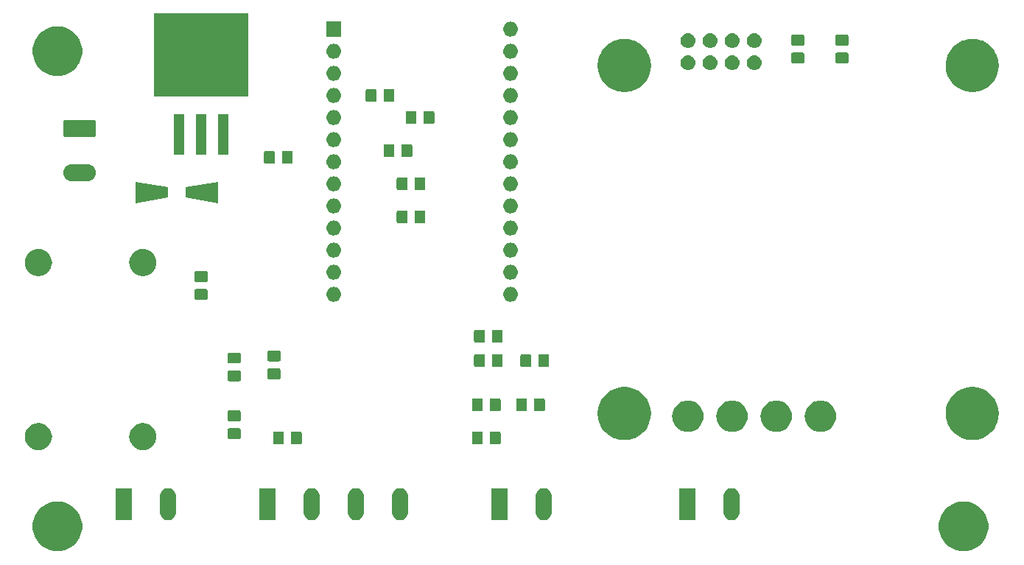
<source format=gbr>
G04 #@! TF.GenerationSoftware,KiCad,Pcbnew,5.0.2+dfsg1-1*
G04 #@! TF.CreationDate,2019-02-11T07:24:08+11:00*
G04 #@! TF.ProjectId,swinggate,7377696e-6767-4617-9465-2e6b69636164,rev?*
G04 #@! TF.SameCoordinates,Original*
G04 #@! TF.FileFunction,Soldermask,Top*
G04 #@! TF.FilePolarity,Negative*
%FSLAX46Y46*%
G04 Gerber Fmt 4.6, Leading zero omitted, Abs format (unit mm)*
G04 Created by KiCad (PCBNEW 5.0.2+dfsg1-1) date Mon 11 Feb 2019 07:24:08 AEDT*
%MOMM*%
%LPD*%
G01*
G04 APERTURE LIST*
%ADD10C,0.100000*%
G04 APERTURE END LIST*
D10*
G36*
X183436202Y-116583781D02*
X183711606Y-116638562D01*
X184230455Y-116853476D01*
X184694259Y-117163380D01*
X184697410Y-117165486D01*
X185094514Y-117562590D01*
X185094516Y-117562593D01*
X185406524Y-118029545D01*
X185621438Y-118548394D01*
X185731000Y-119099201D01*
X185731000Y-119660799D01*
X185621438Y-120211606D01*
X185406524Y-120730455D01*
X185096620Y-121194259D01*
X185094514Y-121197410D01*
X184697410Y-121594514D01*
X184697407Y-121594516D01*
X184230455Y-121906524D01*
X183711606Y-122121438D01*
X183160800Y-122231000D01*
X182599200Y-122231000D01*
X182048394Y-122121438D01*
X181529545Y-121906524D01*
X181062593Y-121594516D01*
X181062590Y-121594514D01*
X180665486Y-121197410D01*
X180663380Y-121194259D01*
X180353476Y-120730455D01*
X180138562Y-120211606D01*
X180029000Y-119660799D01*
X180029000Y-119099201D01*
X180138562Y-118548394D01*
X180353476Y-118029545D01*
X180665484Y-117562593D01*
X180665486Y-117562590D01*
X181062590Y-117165486D01*
X181065741Y-117163380D01*
X181529545Y-116853476D01*
X182048394Y-116638562D01*
X182323798Y-116583781D01*
X182599200Y-116529000D01*
X183160800Y-116529000D01*
X183436202Y-116583781D01*
X183436202Y-116583781D01*
G37*
G36*
X79296202Y-116583781D02*
X79571606Y-116638562D01*
X80090455Y-116853476D01*
X80554259Y-117163380D01*
X80557410Y-117165486D01*
X80954514Y-117562590D01*
X80954516Y-117562593D01*
X81266524Y-118029545D01*
X81481438Y-118548394D01*
X81591000Y-119099201D01*
X81591000Y-119660799D01*
X81481438Y-120211606D01*
X81266524Y-120730455D01*
X80956620Y-121194259D01*
X80954514Y-121197410D01*
X80557410Y-121594514D01*
X80557407Y-121594516D01*
X80090455Y-121906524D01*
X79571606Y-122121438D01*
X79020800Y-122231000D01*
X78459200Y-122231000D01*
X77908394Y-122121438D01*
X77389545Y-121906524D01*
X76922593Y-121594516D01*
X76922590Y-121594514D01*
X76525486Y-121197410D01*
X76523380Y-121194259D01*
X76213476Y-120730455D01*
X75998562Y-120211606D01*
X75889000Y-119660799D01*
X75889000Y-119099201D01*
X75998562Y-118548394D01*
X76213476Y-118029545D01*
X76525484Y-117562593D01*
X76525486Y-117562590D01*
X76922590Y-117165486D01*
X76925741Y-117163380D01*
X77389545Y-116853476D01*
X77908394Y-116638562D01*
X78183798Y-116583781D01*
X78459200Y-116529000D01*
X79020800Y-116529000D01*
X79296202Y-116583781D01*
X79296202Y-116583781D01*
G37*
G36*
X118296424Y-115002760D02*
X118296427Y-115002761D01*
X118296428Y-115002761D01*
X118475692Y-115057140D01*
X118475694Y-115057141D01*
X118475697Y-115057142D01*
X118640904Y-115145446D01*
X118785712Y-115264288D01*
X118904552Y-115409095D01*
X118992859Y-115574305D01*
X119047240Y-115753575D01*
X119061000Y-115893282D01*
X119061000Y-117786718D01*
X119047240Y-117926425D01*
X118992859Y-118105695D01*
X118904552Y-118270905D01*
X118785712Y-118415712D01*
X118640905Y-118534552D01*
X118567857Y-118573597D01*
X118475693Y-118622860D01*
X118296429Y-118677239D01*
X118296428Y-118677239D01*
X118296425Y-118677240D01*
X118110000Y-118695601D01*
X117923576Y-118677240D01*
X117923573Y-118677239D01*
X117923572Y-118677239D01*
X117744308Y-118622860D01*
X117652144Y-118573597D01*
X117579096Y-118534552D01*
X117434289Y-118415712D01*
X117315449Y-118270905D01*
X117227142Y-118105695D01*
X117172761Y-117926425D01*
X117159000Y-117786717D01*
X117159000Y-115893283D01*
X117172760Y-115753576D01*
X117172761Y-115753572D01*
X117227140Y-115574308D01*
X117227141Y-115574306D01*
X117227142Y-115574303D01*
X117315446Y-115409096D01*
X117434288Y-115264288D01*
X117579095Y-115145448D01*
X117744305Y-115057141D01*
X117744307Y-115057140D01*
X117923571Y-115002761D01*
X117923572Y-115002761D01*
X117923575Y-115002760D01*
X118110000Y-114984399D01*
X118296424Y-115002760D01*
X118296424Y-115002760D01*
G37*
G36*
X113216424Y-115002760D02*
X113216427Y-115002761D01*
X113216428Y-115002761D01*
X113395692Y-115057140D01*
X113395694Y-115057141D01*
X113395697Y-115057142D01*
X113560904Y-115145446D01*
X113705712Y-115264288D01*
X113824552Y-115409095D01*
X113912859Y-115574305D01*
X113967240Y-115753575D01*
X113981000Y-115893282D01*
X113981000Y-117786718D01*
X113967240Y-117926425D01*
X113912859Y-118105695D01*
X113824552Y-118270905D01*
X113705712Y-118415712D01*
X113560905Y-118534552D01*
X113487857Y-118573597D01*
X113395693Y-118622860D01*
X113216429Y-118677239D01*
X113216428Y-118677239D01*
X113216425Y-118677240D01*
X113030000Y-118695601D01*
X112843576Y-118677240D01*
X112843573Y-118677239D01*
X112843572Y-118677239D01*
X112664308Y-118622860D01*
X112572144Y-118573597D01*
X112499096Y-118534552D01*
X112354289Y-118415712D01*
X112235449Y-118270905D01*
X112147142Y-118105695D01*
X112092761Y-117926425D01*
X112079000Y-117786717D01*
X112079000Y-115893283D01*
X112092760Y-115753576D01*
X112092761Y-115753572D01*
X112147140Y-115574308D01*
X112147141Y-115574306D01*
X112147142Y-115574303D01*
X112235446Y-115409096D01*
X112354288Y-115264288D01*
X112499095Y-115145448D01*
X112664305Y-115057141D01*
X112664307Y-115057140D01*
X112843571Y-115002761D01*
X112843572Y-115002761D01*
X112843575Y-115002760D01*
X113030000Y-114984399D01*
X113216424Y-115002760D01*
X113216424Y-115002760D01*
G37*
G36*
X91626424Y-115002760D02*
X91626427Y-115002761D01*
X91626428Y-115002761D01*
X91805692Y-115057140D01*
X91805694Y-115057141D01*
X91805697Y-115057142D01*
X91970904Y-115145446D01*
X92115712Y-115264288D01*
X92234552Y-115409095D01*
X92322859Y-115574305D01*
X92377240Y-115753575D01*
X92391000Y-115893282D01*
X92391000Y-117786718D01*
X92377240Y-117926425D01*
X92322859Y-118105695D01*
X92234552Y-118270905D01*
X92115712Y-118415712D01*
X91970905Y-118534552D01*
X91897857Y-118573597D01*
X91805693Y-118622860D01*
X91626429Y-118677239D01*
X91626428Y-118677239D01*
X91626425Y-118677240D01*
X91440000Y-118695601D01*
X91253576Y-118677240D01*
X91253573Y-118677239D01*
X91253572Y-118677239D01*
X91074308Y-118622860D01*
X90982144Y-118573597D01*
X90909096Y-118534552D01*
X90764289Y-118415712D01*
X90645449Y-118270905D01*
X90557142Y-118105695D01*
X90502761Y-117926425D01*
X90489000Y-117786717D01*
X90489000Y-115893283D01*
X90502760Y-115753576D01*
X90502761Y-115753572D01*
X90557140Y-115574308D01*
X90557141Y-115574306D01*
X90557142Y-115574303D01*
X90645446Y-115409096D01*
X90764288Y-115264288D01*
X90909095Y-115145448D01*
X91074305Y-115057141D01*
X91074307Y-115057140D01*
X91253571Y-115002761D01*
X91253572Y-115002761D01*
X91253575Y-115002760D01*
X91440000Y-114984399D01*
X91626424Y-115002760D01*
X91626424Y-115002760D01*
G37*
G36*
X108136424Y-115002760D02*
X108136427Y-115002761D01*
X108136428Y-115002761D01*
X108315692Y-115057140D01*
X108315694Y-115057141D01*
X108315697Y-115057142D01*
X108480904Y-115145446D01*
X108625712Y-115264288D01*
X108744552Y-115409095D01*
X108832859Y-115574305D01*
X108887240Y-115753575D01*
X108901000Y-115893282D01*
X108901000Y-117786718D01*
X108887240Y-117926425D01*
X108832859Y-118105695D01*
X108744552Y-118270905D01*
X108625712Y-118415712D01*
X108480905Y-118534552D01*
X108407857Y-118573597D01*
X108315693Y-118622860D01*
X108136429Y-118677239D01*
X108136428Y-118677239D01*
X108136425Y-118677240D01*
X107950000Y-118695601D01*
X107763576Y-118677240D01*
X107763573Y-118677239D01*
X107763572Y-118677239D01*
X107584308Y-118622860D01*
X107492144Y-118573597D01*
X107419096Y-118534552D01*
X107274289Y-118415712D01*
X107155449Y-118270905D01*
X107067142Y-118105695D01*
X107012761Y-117926425D01*
X106999000Y-117786717D01*
X106999000Y-115893283D01*
X107012760Y-115753576D01*
X107012761Y-115753572D01*
X107067140Y-115574308D01*
X107067141Y-115574306D01*
X107067142Y-115574303D01*
X107155446Y-115409096D01*
X107274288Y-115264288D01*
X107419095Y-115145448D01*
X107584305Y-115057141D01*
X107584307Y-115057140D01*
X107763571Y-115002761D01*
X107763572Y-115002761D01*
X107763575Y-115002760D01*
X107950000Y-114984399D01*
X108136424Y-115002760D01*
X108136424Y-115002760D01*
G37*
G36*
X134806424Y-115002760D02*
X134806427Y-115002761D01*
X134806428Y-115002761D01*
X134985692Y-115057140D01*
X134985694Y-115057141D01*
X134985697Y-115057142D01*
X135150904Y-115145446D01*
X135295712Y-115264288D01*
X135414552Y-115409095D01*
X135502859Y-115574305D01*
X135557240Y-115753575D01*
X135571000Y-115893282D01*
X135571000Y-117786718D01*
X135557240Y-117926425D01*
X135502859Y-118105695D01*
X135414552Y-118270905D01*
X135295712Y-118415712D01*
X135150905Y-118534552D01*
X135077857Y-118573597D01*
X134985693Y-118622860D01*
X134806429Y-118677239D01*
X134806428Y-118677239D01*
X134806425Y-118677240D01*
X134620000Y-118695601D01*
X134433576Y-118677240D01*
X134433573Y-118677239D01*
X134433572Y-118677239D01*
X134254308Y-118622860D01*
X134162144Y-118573597D01*
X134089096Y-118534552D01*
X133944289Y-118415712D01*
X133825449Y-118270905D01*
X133737142Y-118105695D01*
X133682761Y-117926425D01*
X133669000Y-117786717D01*
X133669000Y-115893283D01*
X133682760Y-115753576D01*
X133682761Y-115753572D01*
X133737140Y-115574308D01*
X133737141Y-115574306D01*
X133737142Y-115574303D01*
X133825446Y-115409096D01*
X133944288Y-115264288D01*
X134089095Y-115145448D01*
X134254305Y-115057141D01*
X134254307Y-115057140D01*
X134433571Y-115002761D01*
X134433572Y-115002761D01*
X134433575Y-115002760D01*
X134620000Y-114984399D01*
X134806424Y-115002760D01*
X134806424Y-115002760D01*
G37*
G36*
X156396424Y-115002760D02*
X156396427Y-115002761D01*
X156396428Y-115002761D01*
X156575692Y-115057140D01*
X156575694Y-115057141D01*
X156575697Y-115057142D01*
X156740904Y-115145446D01*
X156885712Y-115264288D01*
X157004552Y-115409095D01*
X157092859Y-115574305D01*
X157147240Y-115753575D01*
X157161000Y-115893282D01*
X157161000Y-117786718D01*
X157147240Y-117926425D01*
X157092859Y-118105695D01*
X157004552Y-118270905D01*
X156885712Y-118415712D01*
X156740905Y-118534552D01*
X156667857Y-118573597D01*
X156575693Y-118622860D01*
X156396429Y-118677239D01*
X156396428Y-118677239D01*
X156396425Y-118677240D01*
X156210000Y-118695601D01*
X156023576Y-118677240D01*
X156023573Y-118677239D01*
X156023572Y-118677239D01*
X155844308Y-118622860D01*
X155752144Y-118573597D01*
X155679096Y-118534552D01*
X155534289Y-118415712D01*
X155415449Y-118270905D01*
X155327142Y-118105695D01*
X155272761Y-117926425D01*
X155259000Y-117786717D01*
X155259000Y-115893283D01*
X155272760Y-115753576D01*
X155272761Y-115753572D01*
X155327140Y-115574308D01*
X155327141Y-115574306D01*
X155327142Y-115574303D01*
X155415446Y-115409096D01*
X155534288Y-115264288D01*
X155679095Y-115145448D01*
X155844305Y-115057141D01*
X155844307Y-115057140D01*
X156023571Y-115002761D01*
X156023572Y-115002761D01*
X156023575Y-115002760D01*
X156210000Y-114984399D01*
X156396424Y-115002760D01*
X156396424Y-115002760D01*
G37*
G36*
X151940918Y-114992934D02*
X151973424Y-115002795D01*
X152003383Y-115018808D01*
X152029641Y-115040359D01*
X152051192Y-115066617D01*
X152067205Y-115096576D01*
X152077066Y-115129082D01*
X152081000Y-115169029D01*
X152081000Y-118510971D01*
X152077066Y-118550918D01*
X152067205Y-118583424D01*
X152051192Y-118613383D01*
X152029641Y-118639641D01*
X152003383Y-118661192D01*
X151973424Y-118677205D01*
X151940918Y-118687066D01*
X151900971Y-118691000D01*
X150359029Y-118691000D01*
X150319082Y-118687066D01*
X150286576Y-118677205D01*
X150256617Y-118661192D01*
X150230359Y-118639641D01*
X150208808Y-118613383D01*
X150192795Y-118583424D01*
X150182934Y-118550918D01*
X150179000Y-118510971D01*
X150179000Y-115169029D01*
X150182934Y-115129082D01*
X150192795Y-115096576D01*
X150208808Y-115066617D01*
X150230359Y-115040359D01*
X150256617Y-115018808D01*
X150286576Y-115002795D01*
X150319082Y-114992934D01*
X150359029Y-114989000D01*
X151900971Y-114989000D01*
X151940918Y-114992934D01*
X151940918Y-114992934D01*
G37*
G36*
X87170918Y-114992934D02*
X87203424Y-115002795D01*
X87233383Y-115018808D01*
X87259641Y-115040359D01*
X87281192Y-115066617D01*
X87297205Y-115096576D01*
X87307066Y-115129082D01*
X87311000Y-115169029D01*
X87311000Y-118510971D01*
X87307066Y-118550918D01*
X87297205Y-118583424D01*
X87281192Y-118613383D01*
X87259641Y-118639641D01*
X87233383Y-118661192D01*
X87203424Y-118677205D01*
X87170918Y-118687066D01*
X87130971Y-118691000D01*
X85589029Y-118691000D01*
X85549082Y-118687066D01*
X85516576Y-118677205D01*
X85486617Y-118661192D01*
X85460359Y-118639641D01*
X85438808Y-118613383D01*
X85422795Y-118583424D01*
X85412934Y-118550918D01*
X85409000Y-118510971D01*
X85409000Y-115169029D01*
X85412934Y-115129082D01*
X85422795Y-115096576D01*
X85438808Y-115066617D01*
X85460359Y-115040359D01*
X85486617Y-115018808D01*
X85516576Y-115002795D01*
X85549082Y-114992934D01*
X85589029Y-114989000D01*
X87130971Y-114989000D01*
X87170918Y-114992934D01*
X87170918Y-114992934D01*
G37*
G36*
X130350918Y-114992934D02*
X130383424Y-115002795D01*
X130413383Y-115018808D01*
X130439641Y-115040359D01*
X130461192Y-115066617D01*
X130477205Y-115096576D01*
X130487066Y-115129082D01*
X130491000Y-115169029D01*
X130491000Y-118510971D01*
X130487066Y-118550918D01*
X130477205Y-118583424D01*
X130461192Y-118613383D01*
X130439641Y-118639641D01*
X130413383Y-118661192D01*
X130383424Y-118677205D01*
X130350918Y-118687066D01*
X130310971Y-118691000D01*
X128769029Y-118691000D01*
X128729082Y-118687066D01*
X128696576Y-118677205D01*
X128666617Y-118661192D01*
X128640359Y-118639641D01*
X128618808Y-118613383D01*
X128602795Y-118583424D01*
X128592934Y-118550918D01*
X128589000Y-118510971D01*
X128589000Y-115169029D01*
X128592934Y-115129082D01*
X128602795Y-115096576D01*
X128618808Y-115066617D01*
X128640359Y-115040359D01*
X128666617Y-115018808D01*
X128696576Y-115002795D01*
X128729082Y-114992934D01*
X128769029Y-114989000D01*
X130310971Y-114989000D01*
X130350918Y-114992934D01*
X130350918Y-114992934D01*
G37*
G36*
X103680918Y-114992934D02*
X103713424Y-115002795D01*
X103743383Y-115018808D01*
X103769641Y-115040359D01*
X103791192Y-115066617D01*
X103807205Y-115096576D01*
X103817066Y-115129082D01*
X103821000Y-115169029D01*
X103821000Y-118510971D01*
X103817066Y-118550918D01*
X103807205Y-118583424D01*
X103791192Y-118613383D01*
X103769641Y-118639641D01*
X103743383Y-118661192D01*
X103713424Y-118677205D01*
X103680918Y-118687066D01*
X103640971Y-118691000D01*
X102099029Y-118691000D01*
X102059082Y-118687066D01*
X102026576Y-118677205D01*
X101996617Y-118661192D01*
X101970359Y-118639641D01*
X101948808Y-118613383D01*
X101932795Y-118583424D01*
X101922934Y-118550918D01*
X101919000Y-118510971D01*
X101919000Y-115169029D01*
X101922934Y-115129082D01*
X101932795Y-115096576D01*
X101948808Y-115066617D01*
X101970359Y-115040359D01*
X101996617Y-115018808D01*
X102026576Y-115002795D01*
X102059082Y-114992934D01*
X102099029Y-114989000D01*
X103640971Y-114989000D01*
X103680918Y-114992934D01*
X103680918Y-114992934D01*
G37*
G36*
X76702143Y-107516481D02*
X76854049Y-107531442D01*
X77048959Y-107590567D01*
X77146415Y-107620130D01*
X77244690Y-107672660D01*
X77415858Y-107764151D01*
X77652029Y-107957971D01*
X77845849Y-108194142D01*
X77887474Y-108272017D01*
X77989870Y-108463585D01*
X78005427Y-108514869D01*
X78078558Y-108755951D01*
X78108504Y-109060000D01*
X78078558Y-109364049D01*
X78046114Y-109471001D01*
X77989870Y-109656415D01*
X77967200Y-109698827D01*
X77845849Y-109925858D01*
X77652029Y-110162029D01*
X77415858Y-110355849D01*
X77244690Y-110447340D01*
X77146415Y-110499870D01*
X77048959Y-110529433D01*
X76854049Y-110588558D01*
X76702143Y-110603519D01*
X76626191Y-110611000D01*
X76473809Y-110611000D01*
X76397857Y-110603519D01*
X76245951Y-110588558D01*
X76051041Y-110529433D01*
X75953585Y-110499870D01*
X75855310Y-110447340D01*
X75684142Y-110355849D01*
X75447971Y-110162029D01*
X75254151Y-109925858D01*
X75132800Y-109698827D01*
X75110130Y-109656415D01*
X75053886Y-109471001D01*
X75021442Y-109364049D01*
X74991496Y-109060000D01*
X75021442Y-108755951D01*
X75094573Y-108514869D01*
X75110130Y-108463585D01*
X75212526Y-108272017D01*
X75254151Y-108194142D01*
X75447971Y-107957971D01*
X75684142Y-107764151D01*
X75855310Y-107672660D01*
X75953585Y-107620130D01*
X76051041Y-107590567D01*
X76245951Y-107531442D01*
X76397857Y-107516481D01*
X76473809Y-107509000D01*
X76626191Y-107509000D01*
X76702143Y-107516481D01*
X76702143Y-107516481D01*
G37*
G36*
X88702143Y-107516481D02*
X88854049Y-107531442D01*
X89048959Y-107590567D01*
X89146415Y-107620130D01*
X89244690Y-107672660D01*
X89415858Y-107764151D01*
X89652029Y-107957971D01*
X89845849Y-108194142D01*
X89887474Y-108272017D01*
X89989870Y-108463585D01*
X90005427Y-108514869D01*
X90078558Y-108755951D01*
X90108504Y-109060000D01*
X90078558Y-109364049D01*
X90046114Y-109471001D01*
X89989870Y-109656415D01*
X89967200Y-109698827D01*
X89845849Y-109925858D01*
X89652029Y-110162029D01*
X89415858Y-110355849D01*
X89244690Y-110447340D01*
X89146415Y-110499870D01*
X89048959Y-110529433D01*
X88854049Y-110588558D01*
X88702143Y-110603519D01*
X88626191Y-110611000D01*
X88473809Y-110611000D01*
X88397857Y-110603519D01*
X88245951Y-110588558D01*
X88051041Y-110529433D01*
X87953585Y-110499870D01*
X87855310Y-110447340D01*
X87684142Y-110355849D01*
X87447971Y-110162029D01*
X87254151Y-109925858D01*
X87132800Y-109698827D01*
X87110130Y-109656415D01*
X87053886Y-109471001D01*
X87021442Y-109364049D01*
X86991496Y-109060000D01*
X87021442Y-108755951D01*
X87094573Y-108514869D01*
X87110130Y-108463585D01*
X87212526Y-108272017D01*
X87254151Y-108194142D01*
X87447971Y-107957971D01*
X87684142Y-107764151D01*
X87855310Y-107672660D01*
X87953585Y-107620130D01*
X88051041Y-107590567D01*
X88245951Y-107531442D01*
X88397857Y-107516481D01*
X88473809Y-107509000D01*
X88626191Y-107509000D01*
X88702143Y-107516481D01*
X88702143Y-107516481D01*
G37*
G36*
X104603677Y-108473465D02*
X104641364Y-108484898D01*
X104676103Y-108503466D01*
X104706548Y-108528452D01*
X104731534Y-108558897D01*
X104750102Y-108593636D01*
X104761535Y-108631323D01*
X104766000Y-108676661D01*
X104766000Y-109763339D01*
X104761535Y-109808677D01*
X104750102Y-109846364D01*
X104731534Y-109881103D01*
X104706548Y-109911548D01*
X104676103Y-109936534D01*
X104641364Y-109955102D01*
X104603677Y-109966535D01*
X104558339Y-109971000D01*
X103721661Y-109971000D01*
X103676323Y-109966535D01*
X103638636Y-109955102D01*
X103603897Y-109936534D01*
X103573452Y-109911548D01*
X103548466Y-109881103D01*
X103529898Y-109846364D01*
X103518465Y-109808677D01*
X103514000Y-109763339D01*
X103514000Y-108676661D01*
X103518465Y-108631323D01*
X103529898Y-108593636D01*
X103548466Y-108558897D01*
X103573452Y-108528452D01*
X103603897Y-108503466D01*
X103638636Y-108484898D01*
X103676323Y-108473465D01*
X103721661Y-108469000D01*
X104558339Y-108469000D01*
X104603677Y-108473465D01*
X104603677Y-108473465D01*
G37*
G36*
X129513677Y-108473465D02*
X129551364Y-108484898D01*
X129586103Y-108503466D01*
X129616548Y-108528452D01*
X129641534Y-108558897D01*
X129660102Y-108593636D01*
X129671535Y-108631323D01*
X129676000Y-108676661D01*
X129676000Y-109763339D01*
X129671535Y-109808677D01*
X129660102Y-109846364D01*
X129641534Y-109881103D01*
X129616548Y-109911548D01*
X129586103Y-109936534D01*
X129551364Y-109955102D01*
X129513677Y-109966535D01*
X129468339Y-109971000D01*
X128631661Y-109971000D01*
X128586323Y-109966535D01*
X128548636Y-109955102D01*
X128513897Y-109936534D01*
X128483452Y-109911548D01*
X128458466Y-109881103D01*
X128439898Y-109846364D01*
X128428465Y-109808677D01*
X128424000Y-109763339D01*
X128424000Y-108676661D01*
X128428465Y-108631323D01*
X128439898Y-108593636D01*
X128458466Y-108558897D01*
X128483452Y-108528452D01*
X128513897Y-108503466D01*
X128548636Y-108484898D01*
X128586323Y-108473465D01*
X128631661Y-108469000D01*
X129468339Y-108469000D01*
X129513677Y-108473465D01*
X129513677Y-108473465D01*
G37*
G36*
X127463677Y-108473465D02*
X127501364Y-108484898D01*
X127536103Y-108503466D01*
X127566548Y-108528452D01*
X127591534Y-108558897D01*
X127610102Y-108593636D01*
X127621535Y-108631323D01*
X127626000Y-108676661D01*
X127626000Y-109763339D01*
X127621535Y-109808677D01*
X127610102Y-109846364D01*
X127591534Y-109881103D01*
X127566548Y-109911548D01*
X127536103Y-109936534D01*
X127501364Y-109955102D01*
X127463677Y-109966535D01*
X127418339Y-109971000D01*
X126581661Y-109971000D01*
X126536323Y-109966535D01*
X126498636Y-109955102D01*
X126463897Y-109936534D01*
X126433452Y-109911548D01*
X126408466Y-109881103D01*
X126389898Y-109846364D01*
X126378465Y-109808677D01*
X126374000Y-109763339D01*
X126374000Y-108676661D01*
X126378465Y-108631323D01*
X126389898Y-108593636D01*
X126408466Y-108558897D01*
X126433452Y-108528452D01*
X126463897Y-108503466D01*
X126498636Y-108484898D01*
X126536323Y-108473465D01*
X126581661Y-108469000D01*
X127418339Y-108469000D01*
X127463677Y-108473465D01*
X127463677Y-108473465D01*
G37*
G36*
X106653677Y-108473465D02*
X106691364Y-108484898D01*
X106726103Y-108503466D01*
X106756548Y-108528452D01*
X106781534Y-108558897D01*
X106800102Y-108593636D01*
X106811535Y-108631323D01*
X106816000Y-108676661D01*
X106816000Y-109763339D01*
X106811535Y-109808677D01*
X106800102Y-109846364D01*
X106781534Y-109881103D01*
X106756548Y-109911548D01*
X106726103Y-109936534D01*
X106691364Y-109955102D01*
X106653677Y-109966535D01*
X106608339Y-109971000D01*
X105771661Y-109971000D01*
X105726323Y-109966535D01*
X105688636Y-109955102D01*
X105653897Y-109936534D01*
X105623452Y-109911548D01*
X105598466Y-109881103D01*
X105579898Y-109846364D01*
X105568465Y-109808677D01*
X105564000Y-109763339D01*
X105564000Y-108676661D01*
X105568465Y-108631323D01*
X105579898Y-108593636D01*
X105598466Y-108558897D01*
X105623452Y-108528452D01*
X105653897Y-108503466D01*
X105688636Y-108484898D01*
X105726323Y-108473465D01*
X105771661Y-108469000D01*
X106608339Y-108469000D01*
X106653677Y-108473465D01*
X106653677Y-108473465D01*
G37*
G36*
X184488098Y-103413146D02*
X184488101Y-103413147D01*
X185063217Y-103587606D01*
X185063219Y-103587607D01*
X185593249Y-103870914D01*
X186057822Y-104252180D01*
X186439088Y-104716753D01*
X186722395Y-105246783D01*
X186896856Y-105821904D01*
X186955763Y-106420001D01*
X186896856Y-107018098D01*
X186896855Y-107018101D01*
X186771134Y-107432550D01*
X186722395Y-107593219D01*
X186439088Y-108123249D01*
X186057822Y-108587822D01*
X185593249Y-108969088D01*
X185102565Y-109231364D01*
X185063217Y-109252396D01*
X184721679Y-109356000D01*
X184488098Y-109426856D01*
X184039885Y-109471001D01*
X183740117Y-109471001D01*
X183291904Y-109426856D01*
X183058323Y-109356000D01*
X182716785Y-109252396D01*
X182677437Y-109231364D01*
X182186753Y-108969088D01*
X181722180Y-108587822D01*
X181340914Y-108123249D01*
X181057607Y-107593219D01*
X181008869Y-107432550D01*
X180883147Y-107018101D01*
X180883146Y-107018098D01*
X180824239Y-106420001D01*
X180883146Y-105821904D01*
X181057607Y-105246783D01*
X181340914Y-104716753D01*
X181722180Y-104252180D01*
X182186753Y-103870914D01*
X182716783Y-103587607D01*
X182716785Y-103587606D01*
X183291901Y-103413147D01*
X183291904Y-103413146D01*
X183740117Y-103369001D01*
X184039885Y-103369001D01*
X184488098Y-103413146D01*
X184488098Y-103413146D01*
G37*
G36*
X144488098Y-103413146D02*
X144488101Y-103413147D01*
X145063217Y-103587606D01*
X145063219Y-103587607D01*
X145593249Y-103870914D01*
X146057822Y-104252180D01*
X146439088Y-104716753D01*
X146722395Y-105246783D01*
X146896856Y-105821904D01*
X146955763Y-106420001D01*
X146896856Y-107018098D01*
X146896855Y-107018101D01*
X146771134Y-107432550D01*
X146722395Y-107593219D01*
X146439088Y-108123249D01*
X146057822Y-108587822D01*
X145593249Y-108969088D01*
X145102565Y-109231364D01*
X145063217Y-109252396D01*
X144721679Y-109356000D01*
X144488098Y-109426856D01*
X144039885Y-109471001D01*
X143740117Y-109471001D01*
X143291904Y-109426856D01*
X143058323Y-109356000D01*
X142716785Y-109252396D01*
X142677437Y-109231364D01*
X142186753Y-108969088D01*
X141722180Y-108587822D01*
X141340914Y-108123249D01*
X141057607Y-107593219D01*
X141008869Y-107432550D01*
X140883147Y-107018101D01*
X140883146Y-107018098D01*
X140824239Y-106420001D01*
X140883146Y-105821904D01*
X141057607Y-105246783D01*
X141340914Y-104716753D01*
X141722180Y-104252180D01*
X142186753Y-103870914D01*
X142716783Y-103587607D01*
X142716785Y-103587606D01*
X143291901Y-103413147D01*
X143291904Y-103413146D01*
X143740117Y-103369001D01*
X144039885Y-103369001D01*
X144488098Y-103413146D01*
X144488098Y-103413146D01*
G37*
G36*
X99648677Y-108108465D02*
X99686364Y-108119898D01*
X99721103Y-108138466D01*
X99751548Y-108163452D01*
X99776534Y-108193897D01*
X99795102Y-108228636D01*
X99806535Y-108266323D01*
X99811000Y-108311661D01*
X99811000Y-109148339D01*
X99806535Y-109193677D01*
X99795102Y-109231364D01*
X99776534Y-109266103D01*
X99751548Y-109296548D01*
X99721103Y-109321534D01*
X99686364Y-109340102D01*
X99648677Y-109351535D01*
X99603339Y-109356000D01*
X98516661Y-109356000D01*
X98471323Y-109351535D01*
X98433636Y-109340102D01*
X98398897Y-109321534D01*
X98368452Y-109296548D01*
X98343466Y-109266103D01*
X98324898Y-109231364D01*
X98313465Y-109193677D01*
X98309000Y-109148339D01*
X98309000Y-108311661D01*
X98313465Y-108266323D01*
X98324898Y-108228636D01*
X98343466Y-108193897D01*
X98368452Y-108163452D01*
X98398897Y-108138466D01*
X98433636Y-108119898D01*
X98471323Y-108108465D01*
X98516661Y-108104000D01*
X99603339Y-108104000D01*
X99648677Y-108108465D01*
X99648677Y-108108465D01*
G37*
G36*
X151366670Y-104947687D02*
X151543059Y-104965060D01*
X151769386Y-105033715D01*
X151882550Y-105068043D01*
X152195426Y-105235280D01*
X152469662Y-105460340D01*
X152694722Y-105734576D01*
X152861959Y-106047452D01*
X152865532Y-106059230D01*
X152964942Y-106386943D01*
X152999715Y-106740001D01*
X152964942Y-107093059D01*
X152927617Y-107216103D01*
X152861959Y-107432550D01*
X152694722Y-107745426D01*
X152469662Y-108019662D01*
X152195426Y-108244722D01*
X151882550Y-108411959D01*
X151769386Y-108446287D01*
X151543059Y-108514942D01*
X151366670Y-108532315D01*
X151278477Y-108541001D01*
X151101525Y-108541001D01*
X151013332Y-108532315D01*
X150836943Y-108514942D01*
X150610616Y-108446287D01*
X150497452Y-108411959D01*
X150184576Y-108244722D01*
X149910340Y-108019662D01*
X149685280Y-107745426D01*
X149518043Y-107432550D01*
X149452385Y-107216103D01*
X149415060Y-107093059D01*
X149380287Y-106740001D01*
X149415060Y-106386943D01*
X149514470Y-106059230D01*
X149518043Y-106047452D01*
X149685280Y-105734576D01*
X149910340Y-105460340D01*
X150184576Y-105235280D01*
X150497452Y-105068043D01*
X150610616Y-105033715D01*
X150836943Y-104965060D01*
X151013332Y-104947687D01*
X151101525Y-104939001D01*
X151278477Y-104939001D01*
X151366670Y-104947687D01*
X151366670Y-104947687D01*
G37*
G36*
X156446670Y-104947687D02*
X156623059Y-104965060D01*
X156849386Y-105033715D01*
X156962550Y-105068043D01*
X157275426Y-105235280D01*
X157549662Y-105460340D01*
X157774722Y-105734576D01*
X157941959Y-106047452D01*
X157945532Y-106059230D01*
X158044942Y-106386943D01*
X158079715Y-106740001D01*
X158044942Y-107093059D01*
X158007617Y-107216103D01*
X157941959Y-107432550D01*
X157774722Y-107745426D01*
X157549662Y-108019662D01*
X157275426Y-108244722D01*
X156962550Y-108411959D01*
X156849386Y-108446287D01*
X156623059Y-108514942D01*
X156446670Y-108532315D01*
X156358477Y-108541001D01*
X156181525Y-108541001D01*
X156093332Y-108532315D01*
X155916943Y-108514942D01*
X155690616Y-108446287D01*
X155577452Y-108411959D01*
X155264576Y-108244722D01*
X154990340Y-108019662D01*
X154765280Y-107745426D01*
X154598043Y-107432550D01*
X154532385Y-107216103D01*
X154495060Y-107093059D01*
X154460287Y-106740001D01*
X154495060Y-106386943D01*
X154594470Y-106059230D01*
X154598043Y-106047452D01*
X154765280Y-105734576D01*
X154990340Y-105460340D01*
X155264576Y-105235280D01*
X155577452Y-105068043D01*
X155690616Y-105033715D01*
X155916943Y-104965060D01*
X156093332Y-104947687D01*
X156181525Y-104939001D01*
X156358477Y-104939001D01*
X156446670Y-104947687D01*
X156446670Y-104947687D01*
G37*
G36*
X161526670Y-104947687D02*
X161703059Y-104965060D01*
X161929386Y-105033715D01*
X162042550Y-105068043D01*
X162355426Y-105235280D01*
X162629662Y-105460340D01*
X162854722Y-105734576D01*
X163021959Y-106047452D01*
X163025532Y-106059230D01*
X163124942Y-106386943D01*
X163159715Y-106740001D01*
X163124942Y-107093059D01*
X163087617Y-107216103D01*
X163021959Y-107432550D01*
X162854722Y-107745426D01*
X162629662Y-108019662D01*
X162355426Y-108244722D01*
X162042550Y-108411959D01*
X161929386Y-108446287D01*
X161703059Y-108514942D01*
X161526670Y-108532315D01*
X161438477Y-108541001D01*
X161261525Y-108541001D01*
X161173332Y-108532315D01*
X160996943Y-108514942D01*
X160770616Y-108446287D01*
X160657452Y-108411959D01*
X160344576Y-108244722D01*
X160070340Y-108019662D01*
X159845280Y-107745426D01*
X159678043Y-107432550D01*
X159612385Y-107216103D01*
X159575060Y-107093059D01*
X159540287Y-106740001D01*
X159575060Y-106386943D01*
X159674470Y-106059230D01*
X159678043Y-106047452D01*
X159845280Y-105734576D01*
X160070340Y-105460340D01*
X160344576Y-105235280D01*
X160657452Y-105068043D01*
X160770616Y-105033715D01*
X160996943Y-104965060D01*
X161173332Y-104947687D01*
X161261525Y-104939001D01*
X161438477Y-104939001D01*
X161526670Y-104947687D01*
X161526670Y-104947687D01*
G37*
G36*
X166606670Y-104947687D02*
X166783059Y-104965060D01*
X167009386Y-105033715D01*
X167122550Y-105068043D01*
X167435426Y-105235280D01*
X167709662Y-105460340D01*
X167934722Y-105734576D01*
X168101959Y-106047452D01*
X168105532Y-106059230D01*
X168204942Y-106386943D01*
X168239715Y-106740001D01*
X168204942Y-107093059D01*
X168167617Y-107216103D01*
X168101959Y-107432550D01*
X167934722Y-107745426D01*
X167709662Y-108019662D01*
X167435426Y-108244722D01*
X167122550Y-108411959D01*
X167009386Y-108446287D01*
X166783059Y-108514942D01*
X166606670Y-108532315D01*
X166518477Y-108541001D01*
X166341525Y-108541001D01*
X166253332Y-108532315D01*
X166076943Y-108514942D01*
X165850616Y-108446287D01*
X165737452Y-108411959D01*
X165424576Y-108244722D01*
X165150340Y-108019662D01*
X164925280Y-107745426D01*
X164758043Y-107432550D01*
X164692385Y-107216103D01*
X164655060Y-107093059D01*
X164620287Y-106740001D01*
X164655060Y-106386943D01*
X164754470Y-106059230D01*
X164758043Y-106047452D01*
X164925280Y-105734576D01*
X165150340Y-105460340D01*
X165424576Y-105235280D01*
X165737452Y-105068043D01*
X165850616Y-105033715D01*
X166076943Y-104965060D01*
X166253332Y-104947687D01*
X166341525Y-104939001D01*
X166518477Y-104939001D01*
X166606670Y-104947687D01*
X166606670Y-104947687D01*
G37*
G36*
X99648677Y-106058465D02*
X99686364Y-106069898D01*
X99721103Y-106088466D01*
X99751548Y-106113452D01*
X99776534Y-106143897D01*
X99795102Y-106178636D01*
X99806535Y-106216323D01*
X99811000Y-106261661D01*
X99811000Y-107098339D01*
X99806535Y-107143677D01*
X99795102Y-107181364D01*
X99776534Y-107216103D01*
X99751548Y-107246548D01*
X99721103Y-107271534D01*
X99686364Y-107290102D01*
X99648677Y-107301535D01*
X99603339Y-107306000D01*
X98516661Y-107306000D01*
X98471323Y-107301535D01*
X98433636Y-107290102D01*
X98398897Y-107271534D01*
X98368452Y-107246548D01*
X98343466Y-107216103D01*
X98324898Y-107181364D01*
X98313465Y-107143677D01*
X98309000Y-107098339D01*
X98309000Y-106261661D01*
X98313465Y-106216323D01*
X98324898Y-106178636D01*
X98343466Y-106143897D01*
X98368452Y-106113452D01*
X98398897Y-106088466D01*
X98433636Y-106069898D01*
X98471323Y-106058465D01*
X98516661Y-106054000D01*
X99603339Y-106054000D01*
X99648677Y-106058465D01*
X99648677Y-106058465D01*
G37*
G36*
X127463677Y-104663465D02*
X127501364Y-104674898D01*
X127536103Y-104693466D01*
X127566548Y-104718452D01*
X127591534Y-104748897D01*
X127610102Y-104783636D01*
X127621535Y-104821323D01*
X127626000Y-104866661D01*
X127626000Y-105953339D01*
X127621535Y-105998677D01*
X127610102Y-106036364D01*
X127591534Y-106071103D01*
X127566548Y-106101548D01*
X127536103Y-106126534D01*
X127501364Y-106145102D01*
X127463677Y-106156535D01*
X127418339Y-106161000D01*
X126581661Y-106161000D01*
X126536323Y-106156535D01*
X126498636Y-106145102D01*
X126463897Y-106126534D01*
X126433452Y-106101548D01*
X126408466Y-106071103D01*
X126389898Y-106036364D01*
X126378465Y-105998677D01*
X126374000Y-105953339D01*
X126374000Y-104866661D01*
X126378465Y-104821323D01*
X126389898Y-104783636D01*
X126408466Y-104748897D01*
X126433452Y-104718452D01*
X126463897Y-104693466D01*
X126498636Y-104674898D01*
X126536323Y-104663465D01*
X126581661Y-104659000D01*
X127418339Y-104659000D01*
X127463677Y-104663465D01*
X127463677Y-104663465D01*
G37*
G36*
X132543677Y-104663465D02*
X132581364Y-104674898D01*
X132616103Y-104693466D01*
X132646548Y-104718452D01*
X132671534Y-104748897D01*
X132690102Y-104783636D01*
X132701535Y-104821323D01*
X132706000Y-104866661D01*
X132706000Y-105953339D01*
X132701535Y-105998677D01*
X132690102Y-106036364D01*
X132671534Y-106071103D01*
X132646548Y-106101548D01*
X132616103Y-106126534D01*
X132581364Y-106145102D01*
X132543677Y-106156535D01*
X132498339Y-106161000D01*
X131661661Y-106161000D01*
X131616323Y-106156535D01*
X131578636Y-106145102D01*
X131543897Y-106126534D01*
X131513452Y-106101548D01*
X131488466Y-106071103D01*
X131469898Y-106036364D01*
X131458465Y-105998677D01*
X131454000Y-105953339D01*
X131454000Y-104866661D01*
X131458465Y-104821323D01*
X131469898Y-104783636D01*
X131488466Y-104748897D01*
X131513452Y-104718452D01*
X131543897Y-104693466D01*
X131578636Y-104674898D01*
X131616323Y-104663465D01*
X131661661Y-104659000D01*
X132498339Y-104659000D01*
X132543677Y-104663465D01*
X132543677Y-104663465D01*
G37*
G36*
X134593677Y-104663465D02*
X134631364Y-104674898D01*
X134666103Y-104693466D01*
X134696548Y-104718452D01*
X134721534Y-104748897D01*
X134740102Y-104783636D01*
X134751535Y-104821323D01*
X134756000Y-104866661D01*
X134756000Y-105953339D01*
X134751535Y-105998677D01*
X134740102Y-106036364D01*
X134721534Y-106071103D01*
X134696548Y-106101548D01*
X134666103Y-106126534D01*
X134631364Y-106145102D01*
X134593677Y-106156535D01*
X134548339Y-106161000D01*
X133711661Y-106161000D01*
X133666323Y-106156535D01*
X133628636Y-106145102D01*
X133593897Y-106126534D01*
X133563452Y-106101548D01*
X133538466Y-106071103D01*
X133519898Y-106036364D01*
X133508465Y-105998677D01*
X133504000Y-105953339D01*
X133504000Y-104866661D01*
X133508465Y-104821323D01*
X133519898Y-104783636D01*
X133538466Y-104748897D01*
X133563452Y-104718452D01*
X133593897Y-104693466D01*
X133628636Y-104674898D01*
X133666323Y-104663465D01*
X133711661Y-104659000D01*
X134548339Y-104659000D01*
X134593677Y-104663465D01*
X134593677Y-104663465D01*
G37*
G36*
X129513677Y-104663465D02*
X129551364Y-104674898D01*
X129586103Y-104693466D01*
X129616548Y-104718452D01*
X129641534Y-104748897D01*
X129660102Y-104783636D01*
X129671535Y-104821323D01*
X129676000Y-104866661D01*
X129676000Y-105953339D01*
X129671535Y-105998677D01*
X129660102Y-106036364D01*
X129641534Y-106071103D01*
X129616548Y-106101548D01*
X129586103Y-106126534D01*
X129551364Y-106145102D01*
X129513677Y-106156535D01*
X129468339Y-106161000D01*
X128631661Y-106161000D01*
X128586323Y-106156535D01*
X128548636Y-106145102D01*
X128513897Y-106126534D01*
X128483452Y-106101548D01*
X128458466Y-106071103D01*
X128439898Y-106036364D01*
X128428465Y-105998677D01*
X128424000Y-105953339D01*
X128424000Y-104866661D01*
X128428465Y-104821323D01*
X128439898Y-104783636D01*
X128458466Y-104748897D01*
X128483452Y-104718452D01*
X128513897Y-104693466D01*
X128548636Y-104674898D01*
X128586323Y-104663465D01*
X128631661Y-104659000D01*
X129468339Y-104659000D01*
X129513677Y-104663465D01*
X129513677Y-104663465D01*
G37*
G36*
X99648677Y-101468465D02*
X99686364Y-101479898D01*
X99721103Y-101498466D01*
X99751548Y-101523452D01*
X99776534Y-101553897D01*
X99795102Y-101588636D01*
X99806535Y-101626323D01*
X99811000Y-101671661D01*
X99811000Y-102508339D01*
X99806535Y-102553677D01*
X99795102Y-102591364D01*
X99776534Y-102626103D01*
X99751548Y-102656548D01*
X99721103Y-102681534D01*
X99686364Y-102700102D01*
X99648677Y-102711535D01*
X99603339Y-102716000D01*
X98516661Y-102716000D01*
X98471323Y-102711535D01*
X98433636Y-102700102D01*
X98398897Y-102681534D01*
X98368452Y-102656548D01*
X98343466Y-102626103D01*
X98324898Y-102591364D01*
X98313465Y-102553677D01*
X98309000Y-102508339D01*
X98309000Y-101671661D01*
X98313465Y-101626323D01*
X98324898Y-101588636D01*
X98343466Y-101553897D01*
X98368452Y-101523452D01*
X98398897Y-101498466D01*
X98433636Y-101479898D01*
X98471323Y-101468465D01*
X98516661Y-101464000D01*
X99603339Y-101464000D01*
X99648677Y-101468465D01*
X99648677Y-101468465D01*
G37*
G36*
X104220677Y-101232465D02*
X104258364Y-101243898D01*
X104293103Y-101262466D01*
X104323548Y-101287452D01*
X104348534Y-101317897D01*
X104367102Y-101352636D01*
X104378535Y-101390323D01*
X104383000Y-101435661D01*
X104383000Y-102272339D01*
X104378535Y-102317677D01*
X104367102Y-102355364D01*
X104348534Y-102390103D01*
X104323548Y-102420548D01*
X104293103Y-102445534D01*
X104258364Y-102464102D01*
X104220677Y-102475535D01*
X104175339Y-102480000D01*
X103088661Y-102480000D01*
X103043323Y-102475535D01*
X103005636Y-102464102D01*
X102970897Y-102445534D01*
X102940452Y-102420548D01*
X102915466Y-102390103D01*
X102896898Y-102355364D01*
X102885465Y-102317677D01*
X102881000Y-102272339D01*
X102881000Y-101435661D01*
X102885465Y-101390323D01*
X102896898Y-101352636D01*
X102915466Y-101317897D01*
X102940452Y-101287452D01*
X102970897Y-101262466D01*
X103005636Y-101243898D01*
X103043323Y-101232465D01*
X103088661Y-101228000D01*
X104175339Y-101228000D01*
X104220677Y-101232465D01*
X104220677Y-101232465D01*
G37*
G36*
X133033677Y-99583465D02*
X133071364Y-99594898D01*
X133106103Y-99613466D01*
X133136548Y-99638452D01*
X133161534Y-99668897D01*
X133180102Y-99703636D01*
X133191535Y-99741323D01*
X133196000Y-99786661D01*
X133196000Y-100873339D01*
X133191535Y-100918677D01*
X133180102Y-100956364D01*
X133161534Y-100991103D01*
X133136548Y-101021548D01*
X133106103Y-101046534D01*
X133071364Y-101065102D01*
X133033677Y-101076535D01*
X132988339Y-101081000D01*
X132151661Y-101081000D01*
X132106323Y-101076535D01*
X132068636Y-101065102D01*
X132033897Y-101046534D01*
X132003452Y-101021548D01*
X131978466Y-100991103D01*
X131959898Y-100956364D01*
X131948465Y-100918677D01*
X131944000Y-100873339D01*
X131944000Y-99786661D01*
X131948465Y-99741323D01*
X131959898Y-99703636D01*
X131978466Y-99668897D01*
X132003452Y-99638452D01*
X132033897Y-99613466D01*
X132068636Y-99594898D01*
X132106323Y-99583465D01*
X132151661Y-99579000D01*
X132988339Y-99579000D01*
X133033677Y-99583465D01*
X133033677Y-99583465D01*
G37*
G36*
X135083677Y-99583465D02*
X135121364Y-99594898D01*
X135156103Y-99613466D01*
X135186548Y-99638452D01*
X135211534Y-99668897D01*
X135230102Y-99703636D01*
X135241535Y-99741323D01*
X135246000Y-99786661D01*
X135246000Y-100873339D01*
X135241535Y-100918677D01*
X135230102Y-100956364D01*
X135211534Y-100991103D01*
X135186548Y-101021548D01*
X135156103Y-101046534D01*
X135121364Y-101065102D01*
X135083677Y-101076535D01*
X135038339Y-101081000D01*
X134201661Y-101081000D01*
X134156323Y-101076535D01*
X134118636Y-101065102D01*
X134083897Y-101046534D01*
X134053452Y-101021548D01*
X134028466Y-100991103D01*
X134009898Y-100956364D01*
X133998465Y-100918677D01*
X133994000Y-100873339D01*
X133994000Y-99786661D01*
X133998465Y-99741323D01*
X134009898Y-99703636D01*
X134028466Y-99668897D01*
X134053452Y-99638452D01*
X134083897Y-99613466D01*
X134118636Y-99594898D01*
X134156323Y-99583465D01*
X134201661Y-99579000D01*
X135038339Y-99579000D01*
X135083677Y-99583465D01*
X135083677Y-99583465D01*
G37*
G36*
X127708677Y-99583465D02*
X127746364Y-99594898D01*
X127781103Y-99613466D01*
X127811548Y-99638452D01*
X127836534Y-99668897D01*
X127855102Y-99703636D01*
X127866535Y-99741323D01*
X127871000Y-99786661D01*
X127871000Y-100873339D01*
X127866535Y-100918677D01*
X127855102Y-100956364D01*
X127836534Y-100991103D01*
X127811548Y-101021548D01*
X127781103Y-101046534D01*
X127746364Y-101065102D01*
X127708677Y-101076535D01*
X127663339Y-101081000D01*
X126826661Y-101081000D01*
X126781323Y-101076535D01*
X126743636Y-101065102D01*
X126708897Y-101046534D01*
X126678452Y-101021548D01*
X126653466Y-100991103D01*
X126634898Y-100956364D01*
X126623465Y-100918677D01*
X126619000Y-100873339D01*
X126619000Y-99786661D01*
X126623465Y-99741323D01*
X126634898Y-99703636D01*
X126653466Y-99668897D01*
X126678452Y-99638452D01*
X126708897Y-99613466D01*
X126743636Y-99594898D01*
X126781323Y-99583465D01*
X126826661Y-99579000D01*
X127663339Y-99579000D01*
X127708677Y-99583465D01*
X127708677Y-99583465D01*
G37*
G36*
X129758677Y-99583465D02*
X129796364Y-99594898D01*
X129831103Y-99613466D01*
X129861548Y-99638452D01*
X129886534Y-99668897D01*
X129905102Y-99703636D01*
X129916535Y-99741323D01*
X129921000Y-99786661D01*
X129921000Y-100873339D01*
X129916535Y-100918677D01*
X129905102Y-100956364D01*
X129886534Y-100991103D01*
X129861548Y-101021548D01*
X129831103Y-101046534D01*
X129796364Y-101065102D01*
X129758677Y-101076535D01*
X129713339Y-101081000D01*
X128876661Y-101081000D01*
X128831323Y-101076535D01*
X128793636Y-101065102D01*
X128758897Y-101046534D01*
X128728452Y-101021548D01*
X128703466Y-100991103D01*
X128684898Y-100956364D01*
X128673465Y-100918677D01*
X128669000Y-100873339D01*
X128669000Y-99786661D01*
X128673465Y-99741323D01*
X128684898Y-99703636D01*
X128703466Y-99668897D01*
X128728452Y-99638452D01*
X128758897Y-99613466D01*
X128793636Y-99594898D01*
X128831323Y-99583465D01*
X128876661Y-99579000D01*
X129713339Y-99579000D01*
X129758677Y-99583465D01*
X129758677Y-99583465D01*
G37*
G36*
X99648677Y-99418465D02*
X99686364Y-99429898D01*
X99721103Y-99448466D01*
X99751548Y-99473452D01*
X99776534Y-99503897D01*
X99795102Y-99538636D01*
X99806535Y-99576323D01*
X99811000Y-99621661D01*
X99811000Y-100458339D01*
X99806535Y-100503677D01*
X99795102Y-100541364D01*
X99776534Y-100576103D01*
X99751548Y-100606548D01*
X99721103Y-100631534D01*
X99686364Y-100650102D01*
X99648677Y-100661535D01*
X99603339Y-100666000D01*
X98516661Y-100666000D01*
X98471323Y-100661535D01*
X98433636Y-100650102D01*
X98398897Y-100631534D01*
X98368452Y-100606548D01*
X98343466Y-100576103D01*
X98324898Y-100541364D01*
X98313465Y-100503677D01*
X98309000Y-100458339D01*
X98309000Y-99621661D01*
X98313465Y-99576323D01*
X98324898Y-99538636D01*
X98343466Y-99503897D01*
X98368452Y-99473452D01*
X98398897Y-99448466D01*
X98433636Y-99429898D01*
X98471323Y-99418465D01*
X98516661Y-99414000D01*
X99603339Y-99414000D01*
X99648677Y-99418465D01*
X99648677Y-99418465D01*
G37*
G36*
X104220677Y-99182465D02*
X104258364Y-99193898D01*
X104293103Y-99212466D01*
X104323548Y-99237452D01*
X104348534Y-99267897D01*
X104367102Y-99302636D01*
X104378535Y-99340323D01*
X104383000Y-99385661D01*
X104383000Y-100222339D01*
X104378535Y-100267677D01*
X104367102Y-100305364D01*
X104348534Y-100340103D01*
X104323548Y-100370548D01*
X104293103Y-100395534D01*
X104258364Y-100414102D01*
X104220677Y-100425535D01*
X104175339Y-100430000D01*
X103088661Y-100430000D01*
X103043323Y-100425535D01*
X103005636Y-100414102D01*
X102970897Y-100395534D01*
X102940452Y-100370548D01*
X102915466Y-100340103D01*
X102896898Y-100305364D01*
X102885465Y-100267677D01*
X102881000Y-100222339D01*
X102881000Y-99385661D01*
X102885465Y-99340323D01*
X102896898Y-99302636D01*
X102915466Y-99267897D01*
X102940452Y-99237452D01*
X102970897Y-99212466D01*
X103005636Y-99193898D01*
X103043323Y-99182465D01*
X103088661Y-99178000D01*
X104175339Y-99178000D01*
X104220677Y-99182465D01*
X104220677Y-99182465D01*
G37*
G36*
X127708677Y-96789465D02*
X127746364Y-96800898D01*
X127781103Y-96819466D01*
X127811548Y-96844452D01*
X127836534Y-96874897D01*
X127855102Y-96909636D01*
X127866535Y-96947323D01*
X127871000Y-96992661D01*
X127871000Y-98079339D01*
X127866535Y-98124677D01*
X127855102Y-98162364D01*
X127836534Y-98197103D01*
X127811548Y-98227548D01*
X127781103Y-98252534D01*
X127746364Y-98271102D01*
X127708677Y-98282535D01*
X127663339Y-98287000D01*
X126826661Y-98287000D01*
X126781323Y-98282535D01*
X126743636Y-98271102D01*
X126708897Y-98252534D01*
X126678452Y-98227548D01*
X126653466Y-98197103D01*
X126634898Y-98162364D01*
X126623465Y-98124677D01*
X126619000Y-98079339D01*
X126619000Y-96992661D01*
X126623465Y-96947323D01*
X126634898Y-96909636D01*
X126653466Y-96874897D01*
X126678452Y-96844452D01*
X126708897Y-96819466D01*
X126743636Y-96800898D01*
X126781323Y-96789465D01*
X126826661Y-96785000D01*
X127663339Y-96785000D01*
X127708677Y-96789465D01*
X127708677Y-96789465D01*
G37*
G36*
X129758677Y-96789465D02*
X129796364Y-96800898D01*
X129831103Y-96819466D01*
X129861548Y-96844452D01*
X129886534Y-96874897D01*
X129905102Y-96909636D01*
X129916535Y-96947323D01*
X129921000Y-96992661D01*
X129921000Y-98079339D01*
X129916535Y-98124677D01*
X129905102Y-98162364D01*
X129886534Y-98197103D01*
X129861548Y-98227548D01*
X129831103Y-98252534D01*
X129796364Y-98271102D01*
X129758677Y-98282535D01*
X129713339Y-98287000D01*
X128876661Y-98287000D01*
X128831323Y-98282535D01*
X128793636Y-98271102D01*
X128758897Y-98252534D01*
X128728452Y-98227548D01*
X128703466Y-98197103D01*
X128684898Y-98162364D01*
X128673465Y-98124677D01*
X128669000Y-98079339D01*
X128669000Y-96992661D01*
X128673465Y-96947323D01*
X128684898Y-96909636D01*
X128703466Y-96874897D01*
X128728452Y-96844452D01*
X128758897Y-96819466D01*
X128793636Y-96800898D01*
X128831323Y-96789465D01*
X128876661Y-96785000D01*
X129713339Y-96785000D01*
X129758677Y-96789465D01*
X129758677Y-96789465D01*
G37*
G36*
X130976821Y-91871313D02*
X130976824Y-91871314D01*
X130976825Y-91871314D01*
X131137239Y-91919975D01*
X131137241Y-91919976D01*
X131137244Y-91919977D01*
X131285078Y-91998995D01*
X131414659Y-92105341D01*
X131521005Y-92234922D01*
X131600023Y-92382756D01*
X131648687Y-92543179D01*
X131665117Y-92710000D01*
X131648687Y-92876821D01*
X131600023Y-93037244D01*
X131521005Y-93185078D01*
X131414659Y-93314659D01*
X131285078Y-93421005D01*
X131137244Y-93500023D01*
X131137241Y-93500024D01*
X131137239Y-93500025D01*
X130976825Y-93548686D01*
X130976824Y-93548686D01*
X130976821Y-93548687D01*
X130851804Y-93561000D01*
X130768196Y-93561000D01*
X130643179Y-93548687D01*
X130643176Y-93548686D01*
X130643175Y-93548686D01*
X130482761Y-93500025D01*
X130482759Y-93500024D01*
X130482756Y-93500023D01*
X130334922Y-93421005D01*
X130205341Y-93314659D01*
X130098995Y-93185078D01*
X130019977Y-93037244D01*
X129971313Y-92876821D01*
X129954883Y-92710000D01*
X129971313Y-92543179D01*
X130019977Y-92382756D01*
X130098995Y-92234922D01*
X130205341Y-92105341D01*
X130334922Y-91998995D01*
X130482756Y-91919977D01*
X130482759Y-91919976D01*
X130482761Y-91919975D01*
X130643175Y-91871314D01*
X130643176Y-91871314D01*
X130643179Y-91871313D01*
X130768196Y-91859000D01*
X130851804Y-91859000D01*
X130976821Y-91871313D01*
X130976821Y-91871313D01*
G37*
G36*
X110656821Y-91871313D02*
X110656824Y-91871314D01*
X110656825Y-91871314D01*
X110817239Y-91919975D01*
X110817241Y-91919976D01*
X110817244Y-91919977D01*
X110965078Y-91998995D01*
X111094659Y-92105341D01*
X111201005Y-92234922D01*
X111280023Y-92382756D01*
X111328687Y-92543179D01*
X111345117Y-92710000D01*
X111328687Y-92876821D01*
X111280023Y-93037244D01*
X111201005Y-93185078D01*
X111094659Y-93314659D01*
X110965078Y-93421005D01*
X110817244Y-93500023D01*
X110817241Y-93500024D01*
X110817239Y-93500025D01*
X110656825Y-93548686D01*
X110656824Y-93548686D01*
X110656821Y-93548687D01*
X110531804Y-93561000D01*
X110448196Y-93561000D01*
X110323179Y-93548687D01*
X110323176Y-93548686D01*
X110323175Y-93548686D01*
X110162761Y-93500025D01*
X110162759Y-93500024D01*
X110162756Y-93500023D01*
X110014922Y-93421005D01*
X109885341Y-93314659D01*
X109778995Y-93185078D01*
X109699977Y-93037244D01*
X109651313Y-92876821D01*
X109634883Y-92710000D01*
X109651313Y-92543179D01*
X109699977Y-92382756D01*
X109778995Y-92234922D01*
X109885341Y-92105341D01*
X110014922Y-91998995D01*
X110162756Y-91919977D01*
X110162759Y-91919976D01*
X110162761Y-91919975D01*
X110323175Y-91871314D01*
X110323176Y-91871314D01*
X110323179Y-91871313D01*
X110448196Y-91859000D01*
X110531804Y-91859000D01*
X110656821Y-91871313D01*
X110656821Y-91871313D01*
G37*
G36*
X95838677Y-92097465D02*
X95876364Y-92108898D01*
X95911103Y-92127466D01*
X95941548Y-92152452D01*
X95966534Y-92182897D01*
X95985102Y-92217636D01*
X95996535Y-92255323D01*
X96001000Y-92300661D01*
X96001000Y-93137339D01*
X95996535Y-93182677D01*
X95985102Y-93220364D01*
X95966534Y-93255103D01*
X95941548Y-93285548D01*
X95911103Y-93310534D01*
X95876364Y-93329102D01*
X95838677Y-93340535D01*
X95793339Y-93345000D01*
X94706661Y-93345000D01*
X94661323Y-93340535D01*
X94623636Y-93329102D01*
X94588897Y-93310534D01*
X94558452Y-93285548D01*
X94533466Y-93255103D01*
X94514898Y-93220364D01*
X94503465Y-93182677D01*
X94499000Y-93137339D01*
X94499000Y-92300661D01*
X94503465Y-92255323D01*
X94514898Y-92217636D01*
X94533466Y-92182897D01*
X94558452Y-92152452D01*
X94588897Y-92127466D01*
X94623636Y-92108898D01*
X94661323Y-92097465D01*
X94706661Y-92093000D01*
X95793339Y-92093000D01*
X95838677Y-92097465D01*
X95838677Y-92097465D01*
G37*
G36*
X95838677Y-90047465D02*
X95876364Y-90058898D01*
X95911103Y-90077466D01*
X95941548Y-90102452D01*
X95966534Y-90132897D01*
X95985102Y-90167636D01*
X95996535Y-90205323D01*
X96001000Y-90250661D01*
X96001000Y-91087339D01*
X95996535Y-91132677D01*
X95985102Y-91170364D01*
X95966534Y-91205103D01*
X95941548Y-91235548D01*
X95911103Y-91260534D01*
X95876364Y-91279102D01*
X95838677Y-91290535D01*
X95793339Y-91295000D01*
X94706661Y-91295000D01*
X94661323Y-91290535D01*
X94623636Y-91279102D01*
X94588897Y-91260534D01*
X94558452Y-91235548D01*
X94533466Y-91205103D01*
X94514898Y-91170364D01*
X94503465Y-91132677D01*
X94499000Y-91087339D01*
X94499000Y-90250661D01*
X94503465Y-90205323D01*
X94514898Y-90167636D01*
X94533466Y-90132897D01*
X94558452Y-90102452D01*
X94588897Y-90077466D01*
X94623636Y-90058898D01*
X94661323Y-90047465D01*
X94706661Y-90043000D01*
X95793339Y-90043000D01*
X95838677Y-90047465D01*
X95838677Y-90047465D01*
G37*
G36*
X110656821Y-89331313D02*
X110656824Y-89331314D01*
X110656825Y-89331314D01*
X110817239Y-89379975D01*
X110817241Y-89379976D01*
X110817244Y-89379977D01*
X110965078Y-89458995D01*
X111094659Y-89565341D01*
X111201005Y-89694922D01*
X111280023Y-89842756D01*
X111280024Y-89842759D01*
X111280025Y-89842761D01*
X111328686Y-90003175D01*
X111328687Y-90003179D01*
X111345117Y-90170000D01*
X111328687Y-90336821D01*
X111280023Y-90497244D01*
X111201005Y-90645078D01*
X111094659Y-90774659D01*
X110965078Y-90881005D01*
X110817244Y-90960023D01*
X110817241Y-90960024D01*
X110817239Y-90960025D01*
X110656825Y-91008686D01*
X110656824Y-91008686D01*
X110656821Y-91008687D01*
X110531804Y-91021000D01*
X110448196Y-91021000D01*
X110323179Y-91008687D01*
X110323176Y-91008686D01*
X110323175Y-91008686D01*
X110162761Y-90960025D01*
X110162759Y-90960024D01*
X110162756Y-90960023D01*
X110014922Y-90881005D01*
X109885341Y-90774659D01*
X109778995Y-90645078D01*
X109699977Y-90497244D01*
X109651313Y-90336821D01*
X109634883Y-90170000D01*
X109651313Y-90003179D01*
X109651314Y-90003175D01*
X109699975Y-89842761D01*
X109699976Y-89842759D01*
X109699977Y-89842756D01*
X109778995Y-89694922D01*
X109885341Y-89565341D01*
X110014922Y-89458995D01*
X110162756Y-89379977D01*
X110162759Y-89379976D01*
X110162761Y-89379975D01*
X110323175Y-89331314D01*
X110323176Y-89331314D01*
X110323179Y-89331313D01*
X110448196Y-89319000D01*
X110531804Y-89319000D01*
X110656821Y-89331313D01*
X110656821Y-89331313D01*
G37*
G36*
X130976821Y-89331313D02*
X130976824Y-89331314D01*
X130976825Y-89331314D01*
X131137239Y-89379975D01*
X131137241Y-89379976D01*
X131137244Y-89379977D01*
X131285078Y-89458995D01*
X131414659Y-89565341D01*
X131521005Y-89694922D01*
X131600023Y-89842756D01*
X131600024Y-89842759D01*
X131600025Y-89842761D01*
X131648686Y-90003175D01*
X131648687Y-90003179D01*
X131665117Y-90170000D01*
X131648687Y-90336821D01*
X131600023Y-90497244D01*
X131521005Y-90645078D01*
X131414659Y-90774659D01*
X131285078Y-90881005D01*
X131137244Y-90960023D01*
X131137241Y-90960024D01*
X131137239Y-90960025D01*
X130976825Y-91008686D01*
X130976824Y-91008686D01*
X130976821Y-91008687D01*
X130851804Y-91021000D01*
X130768196Y-91021000D01*
X130643179Y-91008687D01*
X130643176Y-91008686D01*
X130643175Y-91008686D01*
X130482761Y-90960025D01*
X130482759Y-90960024D01*
X130482756Y-90960023D01*
X130334922Y-90881005D01*
X130205341Y-90774659D01*
X130098995Y-90645078D01*
X130019977Y-90497244D01*
X129971313Y-90336821D01*
X129954883Y-90170000D01*
X129971313Y-90003179D01*
X129971314Y-90003175D01*
X130019975Y-89842761D01*
X130019976Y-89842759D01*
X130019977Y-89842756D01*
X130098995Y-89694922D01*
X130205341Y-89565341D01*
X130334922Y-89458995D01*
X130482756Y-89379977D01*
X130482759Y-89379976D01*
X130482761Y-89379975D01*
X130643175Y-89331314D01*
X130643176Y-89331314D01*
X130643179Y-89331313D01*
X130768196Y-89319000D01*
X130851804Y-89319000D01*
X130976821Y-89331313D01*
X130976821Y-89331313D01*
G37*
G36*
X88702143Y-87516481D02*
X88854049Y-87531442D01*
X89048959Y-87590567D01*
X89146415Y-87620130D01*
X89244690Y-87672660D01*
X89415858Y-87764151D01*
X89652029Y-87957971D01*
X89845849Y-88194142D01*
X89924348Y-88341004D01*
X89989870Y-88463585D01*
X90019433Y-88561041D01*
X90078558Y-88755951D01*
X90108504Y-89060000D01*
X90078558Y-89364049D01*
X90073726Y-89379977D01*
X89989870Y-89656415D01*
X89969287Y-89694922D01*
X89845849Y-89925858D01*
X89652029Y-90162029D01*
X89415858Y-90355849D01*
X89244690Y-90447340D01*
X89146415Y-90499870D01*
X89048959Y-90529433D01*
X88854049Y-90588558D01*
X88702143Y-90603519D01*
X88626191Y-90611000D01*
X88473809Y-90611000D01*
X88397857Y-90603519D01*
X88245951Y-90588558D01*
X88051041Y-90529433D01*
X87953585Y-90499870D01*
X87855310Y-90447340D01*
X87684142Y-90355849D01*
X87447971Y-90162029D01*
X87254151Y-89925858D01*
X87130713Y-89694922D01*
X87110130Y-89656415D01*
X87026274Y-89379977D01*
X87021442Y-89364049D01*
X86991496Y-89060000D01*
X87021442Y-88755951D01*
X87080567Y-88561041D01*
X87110130Y-88463585D01*
X87175652Y-88341004D01*
X87254151Y-88194142D01*
X87447971Y-87957971D01*
X87684142Y-87764151D01*
X87855310Y-87672660D01*
X87953585Y-87620130D01*
X88051041Y-87590567D01*
X88245951Y-87531442D01*
X88397857Y-87516481D01*
X88473809Y-87509000D01*
X88626191Y-87509000D01*
X88702143Y-87516481D01*
X88702143Y-87516481D01*
G37*
G36*
X76702143Y-87516481D02*
X76854049Y-87531442D01*
X77048959Y-87590567D01*
X77146415Y-87620130D01*
X77244690Y-87672660D01*
X77415858Y-87764151D01*
X77652029Y-87957971D01*
X77845849Y-88194142D01*
X77924348Y-88341004D01*
X77989870Y-88463585D01*
X78019433Y-88561041D01*
X78078558Y-88755951D01*
X78108504Y-89060000D01*
X78078558Y-89364049D01*
X78073726Y-89379977D01*
X77989870Y-89656415D01*
X77969287Y-89694922D01*
X77845849Y-89925858D01*
X77652029Y-90162029D01*
X77415858Y-90355849D01*
X77244690Y-90447340D01*
X77146415Y-90499870D01*
X77048959Y-90529433D01*
X76854049Y-90588558D01*
X76702143Y-90603519D01*
X76626191Y-90611000D01*
X76473809Y-90611000D01*
X76397857Y-90603519D01*
X76245951Y-90588558D01*
X76051041Y-90529433D01*
X75953585Y-90499870D01*
X75855310Y-90447340D01*
X75684142Y-90355849D01*
X75447971Y-90162029D01*
X75254151Y-89925858D01*
X75130713Y-89694922D01*
X75110130Y-89656415D01*
X75026274Y-89379977D01*
X75021442Y-89364049D01*
X74991496Y-89060000D01*
X75021442Y-88755951D01*
X75080567Y-88561041D01*
X75110130Y-88463585D01*
X75175652Y-88341004D01*
X75254151Y-88194142D01*
X75447971Y-87957971D01*
X75684142Y-87764151D01*
X75855310Y-87672660D01*
X75953585Y-87620130D01*
X76051041Y-87590567D01*
X76245951Y-87531442D01*
X76397857Y-87516481D01*
X76473809Y-87509000D01*
X76626191Y-87509000D01*
X76702143Y-87516481D01*
X76702143Y-87516481D01*
G37*
G36*
X130976821Y-86791313D02*
X130976824Y-86791314D01*
X130976825Y-86791314D01*
X131137239Y-86839975D01*
X131137241Y-86839976D01*
X131137244Y-86839977D01*
X131285078Y-86918995D01*
X131414659Y-87025341D01*
X131521005Y-87154922D01*
X131600023Y-87302756D01*
X131648687Y-87463179D01*
X131665117Y-87630000D01*
X131648687Y-87796821D01*
X131600023Y-87957244D01*
X131521005Y-88105078D01*
X131414659Y-88234659D01*
X131285078Y-88341005D01*
X131137244Y-88420023D01*
X131137241Y-88420024D01*
X131137239Y-88420025D01*
X130976825Y-88468686D01*
X130976824Y-88468686D01*
X130976821Y-88468687D01*
X130851804Y-88481000D01*
X130768196Y-88481000D01*
X130643179Y-88468687D01*
X130643176Y-88468686D01*
X130643175Y-88468686D01*
X130482761Y-88420025D01*
X130482759Y-88420024D01*
X130482756Y-88420023D01*
X130334922Y-88341005D01*
X130205341Y-88234659D01*
X130098995Y-88105078D01*
X130019977Y-87957244D01*
X129971313Y-87796821D01*
X129954883Y-87630000D01*
X129971313Y-87463179D01*
X130019977Y-87302756D01*
X130098995Y-87154922D01*
X130205341Y-87025341D01*
X130334922Y-86918995D01*
X130482756Y-86839977D01*
X130482759Y-86839976D01*
X130482761Y-86839975D01*
X130643175Y-86791314D01*
X130643176Y-86791314D01*
X130643179Y-86791313D01*
X130768196Y-86779000D01*
X130851804Y-86779000D01*
X130976821Y-86791313D01*
X130976821Y-86791313D01*
G37*
G36*
X110656821Y-86791313D02*
X110656824Y-86791314D01*
X110656825Y-86791314D01*
X110817239Y-86839975D01*
X110817241Y-86839976D01*
X110817244Y-86839977D01*
X110965078Y-86918995D01*
X111094659Y-87025341D01*
X111201005Y-87154922D01*
X111280023Y-87302756D01*
X111328687Y-87463179D01*
X111345117Y-87630000D01*
X111328687Y-87796821D01*
X111280023Y-87957244D01*
X111201005Y-88105078D01*
X111094659Y-88234659D01*
X110965078Y-88341005D01*
X110817244Y-88420023D01*
X110817241Y-88420024D01*
X110817239Y-88420025D01*
X110656825Y-88468686D01*
X110656824Y-88468686D01*
X110656821Y-88468687D01*
X110531804Y-88481000D01*
X110448196Y-88481000D01*
X110323179Y-88468687D01*
X110323176Y-88468686D01*
X110323175Y-88468686D01*
X110162761Y-88420025D01*
X110162759Y-88420024D01*
X110162756Y-88420023D01*
X110014922Y-88341005D01*
X109885341Y-88234659D01*
X109778995Y-88105078D01*
X109699977Y-87957244D01*
X109651313Y-87796821D01*
X109634883Y-87630000D01*
X109651313Y-87463179D01*
X109699977Y-87302756D01*
X109778995Y-87154922D01*
X109885341Y-87025341D01*
X110014922Y-86918995D01*
X110162756Y-86839977D01*
X110162759Y-86839976D01*
X110162761Y-86839975D01*
X110323175Y-86791314D01*
X110323176Y-86791314D01*
X110323179Y-86791313D01*
X110448196Y-86779000D01*
X110531804Y-86779000D01*
X110656821Y-86791313D01*
X110656821Y-86791313D01*
G37*
G36*
X130976821Y-84251313D02*
X130976824Y-84251314D01*
X130976825Y-84251314D01*
X131137239Y-84299975D01*
X131137241Y-84299976D01*
X131137244Y-84299977D01*
X131285078Y-84378995D01*
X131414659Y-84485341D01*
X131521005Y-84614922D01*
X131600023Y-84762756D01*
X131648687Y-84923179D01*
X131665117Y-85090000D01*
X131648687Y-85256821D01*
X131600023Y-85417244D01*
X131521005Y-85565078D01*
X131414659Y-85694659D01*
X131285078Y-85801005D01*
X131137244Y-85880023D01*
X131137241Y-85880024D01*
X131137239Y-85880025D01*
X130976825Y-85928686D01*
X130976824Y-85928686D01*
X130976821Y-85928687D01*
X130851804Y-85941000D01*
X130768196Y-85941000D01*
X130643179Y-85928687D01*
X130643176Y-85928686D01*
X130643175Y-85928686D01*
X130482761Y-85880025D01*
X130482759Y-85880024D01*
X130482756Y-85880023D01*
X130334922Y-85801005D01*
X130205341Y-85694659D01*
X130098995Y-85565078D01*
X130019977Y-85417244D01*
X129971313Y-85256821D01*
X129954883Y-85090000D01*
X129971313Y-84923179D01*
X130019977Y-84762756D01*
X130098995Y-84614922D01*
X130205341Y-84485341D01*
X130334922Y-84378995D01*
X130482756Y-84299977D01*
X130482759Y-84299976D01*
X130482761Y-84299975D01*
X130643175Y-84251314D01*
X130643176Y-84251314D01*
X130643179Y-84251313D01*
X130768196Y-84239000D01*
X130851804Y-84239000D01*
X130976821Y-84251313D01*
X130976821Y-84251313D01*
G37*
G36*
X110656821Y-84251313D02*
X110656824Y-84251314D01*
X110656825Y-84251314D01*
X110817239Y-84299975D01*
X110817241Y-84299976D01*
X110817244Y-84299977D01*
X110965078Y-84378995D01*
X111094659Y-84485341D01*
X111201005Y-84614922D01*
X111280023Y-84762756D01*
X111328687Y-84923179D01*
X111345117Y-85090000D01*
X111328687Y-85256821D01*
X111280023Y-85417244D01*
X111201005Y-85565078D01*
X111094659Y-85694659D01*
X110965078Y-85801005D01*
X110817244Y-85880023D01*
X110817241Y-85880024D01*
X110817239Y-85880025D01*
X110656825Y-85928686D01*
X110656824Y-85928686D01*
X110656821Y-85928687D01*
X110531804Y-85941000D01*
X110448196Y-85941000D01*
X110323179Y-85928687D01*
X110323176Y-85928686D01*
X110323175Y-85928686D01*
X110162761Y-85880025D01*
X110162759Y-85880024D01*
X110162756Y-85880023D01*
X110014922Y-85801005D01*
X109885341Y-85694659D01*
X109778995Y-85565078D01*
X109699977Y-85417244D01*
X109651313Y-85256821D01*
X109634883Y-85090000D01*
X109651313Y-84923179D01*
X109699977Y-84762756D01*
X109778995Y-84614922D01*
X109885341Y-84485341D01*
X110014922Y-84378995D01*
X110162756Y-84299977D01*
X110162759Y-84299976D01*
X110162761Y-84299975D01*
X110323175Y-84251314D01*
X110323176Y-84251314D01*
X110323179Y-84251313D01*
X110448196Y-84239000D01*
X110531804Y-84239000D01*
X110656821Y-84251313D01*
X110656821Y-84251313D01*
G37*
G36*
X118818677Y-83073465D02*
X118856364Y-83084898D01*
X118891103Y-83103466D01*
X118921548Y-83128452D01*
X118946534Y-83158897D01*
X118965102Y-83193636D01*
X118976535Y-83231323D01*
X118981000Y-83276661D01*
X118981000Y-84363339D01*
X118976535Y-84408677D01*
X118965102Y-84446364D01*
X118946534Y-84481103D01*
X118921548Y-84511548D01*
X118891103Y-84536534D01*
X118856364Y-84555102D01*
X118818677Y-84566535D01*
X118773339Y-84571000D01*
X117936661Y-84571000D01*
X117891323Y-84566535D01*
X117853636Y-84555102D01*
X117818897Y-84536534D01*
X117788452Y-84511548D01*
X117763466Y-84481103D01*
X117744898Y-84446364D01*
X117733465Y-84408677D01*
X117729000Y-84363339D01*
X117729000Y-83276661D01*
X117733465Y-83231323D01*
X117744898Y-83193636D01*
X117763466Y-83158897D01*
X117788452Y-83128452D01*
X117818897Y-83103466D01*
X117853636Y-83084898D01*
X117891323Y-83073465D01*
X117936661Y-83069000D01*
X118773339Y-83069000D01*
X118818677Y-83073465D01*
X118818677Y-83073465D01*
G37*
G36*
X120868677Y-83073465D02*
X120906364Y-83084898D01*
X120941103Y-83103466D01*
X120971548Y-83128452D01*
X120996534Y-83158897D01*
X121015102Y-83193636D01*
X121026535Y-83231323D01*
X121031000Y-83276661D01*
X121031000Y-84363339D01*
X121026535Y-84408677D01*
X121015102Y-84446364D01*
X120996534Y-84481103D01*
X120971548Y-84511548D01*
X120941103Y-84536534D01*
X120906364Y-84555102D01*
X120868677Y-84566535D01*
X120823339Y-84571000D01*
X119986661Y-84571000D01*
X119941323Y-84566535D01*
X119903636Y-84555102D01*
X119868897Y-84536534D01*
X119838452Y-84511548D01*
X119813466Y-84481103D01*
X119794898Y-84446364D01*
X119783465Y-84408677D01*
X119779000Y-84363339D01*
X119779000Y-83276661D01*
X119783465Y-83231323D01*
X119794898Y-83193636D01*
X119813466Y-83158897D01*
X119838452Y-83128452D01*
X119868897Y-83103466D01*
X119903636Y-83084898D01*
X119941323Y-83073465D01*
X119986661Y-83069000D01*
X120823339Y-83069000D01*
X120868677Y-83073465D01*
X120868677Y-83073465D01*
G37*
G36*
X110656821Y-81711313D02*
X110656824Y-81711314D01*
X110656825Y-81711314D01*
X110817239Y-81759975D01*
X110817241Y-81759976D01*
X110817244Y-81759977D01*
X110965078Y-81838995D01*
X111094659Y-81945341D01*
X111201005Y-82074922D01*
X111280023Y-82222756D01*
X111280024Y-82222759D01*
X111280025Y-82222761D01*
X111328686Y-82383175D01*
X111328687Y-82383179D01*
X111345117Y-82550000D01*
X111328687Y-82716821D01*
X111280023Y-82877244D01*
X111201005Y-83025078D01*
X111094659Y-83154659D01*
X110965078Y-83261005D01*
X110817244Y-83340023D01*
X110817241Y-83340024D01*
X110817239Y-83340025D01*
X110656825Y-83388686D01*
X110656824Y-83388686D01*
X110656821Y-83388687D01*
X110531804Y-83401000D01*
X110448196Y-83401000D01*
X110323179Y-83388687D01*
X110323176Y-83388686D01*
X110323175Y-83388686D01*
X110162761Y-83340025D01*
X110162759Y-83340024D01*
X110162756Y-83340023D01*
X110014922Y-83261005D01*
X109885341Y-83154659D01*
X109778995Y-83025078D01*
X109699977Y-82877244D01*
X109651313Y-82716821D01*
X109634883Y-82550000D01*
X109651313Y-82383179D01*
X109651314Y-82383175D01*
X109699975Y-82222761D01*
X109699976Y-82222759D01*
X109699977Y-82222756D01*
X109778995Y-82074922D01*
X109885341Y-81945341D01*
X110014922Y-81838995D01*
X110162756Y-81759977D01*
X110162759Y-81759976D01*
X110162761Y-81759975D01*
X110323175Y-81711314D01*
X110323176Y-81711314D01*
X110323179Y-81711313D01*
X110448196Y-81699000D01*
X110531804Y-81699000D01*
X110656821Y-81711313D01*
X110656821Y-81711313D01*
G37*
G36*
X130976821Y-81711313D02*
X130976824Y-81711314D01*
X130976825Y-81711314D01*
X131137239Y-81759975D01*
X131137241Y-81759976D01*
X131137244Y-81759977D01*
X131285078Y-81838995D01*
X131414659Y-81945341D01*
X131521005Y-82074922D01*
X131600023Y-82222756D01*
X131600024Y-82222759D01*
X131600025Y-82222761D01*
X131648686Y-82383175D01*
X131648687Y-82383179D01*
X131665117Y-82550000D01*
X131648687Y-82716821D01*
X131600023Y-82877244D01*
X131521005Y-83025078D01*
X131414659Y-83154659D01*
X131285078Y-83261005D01*
X131137244Y-83340023D01*
X131137241Y-83340024D01*
X131137239Y-83340025D01*
X130976825Y-83388686D01*
X130976824Y-83388686D01*
X130976821Y-83388687D01*
X130851804Y-83401000D01*
X130768196Y-83401000D01*
X130643179Y-83388687D01*
X130643176Y-83388686D01*
X130643175Y-83388686D01*
X130482761Y-83340025D01*
X130482759Y-83340024D01*
X130482756Y-83340023D01*
X130334922Y-83261005D01*
X130205341Y-83154659D01*
X130098995Y-83025078D01*
X130019977Y-82877244D01*
X129971313Y-82716821D01*
X129954883Y-82550000D01*
X129971313Y-82383179D01*
X129971314Y-82383175D01*
X130019975Y-82222761D01*
X130019976Y-82222759D01*
X130019977Y-82222756D01*
X130098995Y-82074922D01*
X130205341Y-81945341D01*
X130334922Y-81838995D01*
X130482756Y-81759977D01*
X130482759Y-81759976D01*
X130482761Y-81759975D01*
X130643175Y-81711314D01*
X130643176Y-81711314D01*
X130643179Y-81711313D01*
X130768196Y-81699000D01*
X130851804Y-81699000D01*
X130976821Y-81711313D01*
X130976821Y-81711313D01*
G37*
G36*
X97207000Y-82236204D02*
X93505000Y-81619204D01*
X93505000Y-80432796D01*
X97207000Y-79815796D01*
X97207000Y-82236204D01*
X97207000Y-82236204D01*
G37*
G36*
X91407000Y-80432796D02*
X91407000Y-81619204D01*
X87705000Y-82236204D01*
X87705000Y-79815796D01*
X91407000Y-80432796D01*
X91407000Y-80432796D01*
G37*
G36*
X130976821Y-79171313D02*
X130976824Y-79171314D01*
X130976825Y-79171314D01*
X131137239Y-79219975D01*
X131137241Y-79219976D01*
X131137244Y-79219977D01*
X131285078Y-79298995D01*
X131414659Y-79405341D01*
X131521005Y-79534922D01*
X131600023Y-79682756D01*
X131600024Y-79682759D01*
X131600025Y-79682761D01*
X131640381Y-79815797D01*
X131648687Y-79843179D01*
X131665117Y-80010000D01*
X131648687Y-80176821D01*
X131600023Y-80337244D01*
X131521005Y-80485078D01*
X131414659Y-80614659D01*
X131285078Y-80721005D01*
X131137244Y-80800023D01*
X131137241Y-80800024D01*
X131137239Y-80800025D01*
X130976825Y-80848686D01*
X130976824Y-80848686D01*
X130976821Y-80848687D01*
X130851804Y-80861000D01*
X130768196Y-80861000D01*
X130643179Y-80848687D01*
X130643176Y-80848686D01*
X130643175Y-80848686D01*
X130482761Y-80800025D01*
X130482759Y-80800024D01*
X130482756Y-80800023D01*
X130334922Y-80721005D01*
X130205341Y-80614659D01*
X130098995Y-80485078D01*
X130019977Y-80337244D01*
X129971313Y-80176821D01*
X129954883Y-80010000D01*
X129971313Y-79843179D01*
X129979619Y-79815797D01*
X130019975Y-79682761D01*
X130019976Y-79682759D01*
X130019977Y-79682756D01*
X130098995Y-79534922D01*
X130205341Y-79405341D01*
X130334922Y-79298995D01*
X130482756Y-79219977D01*
X130482759Y-79219976D01*
X130482761Y-79219975D01*
X130643175Y-79171314D01*
X130643176Y-79171314D01*
X130643179Y-79171313D01*
X130768196Y-79159000D01*
X130851804Y-79159000D01*
X130976821Y-79171313D01*
X130976821Y-79171313D01*
G37*
G36*
X110656821Y-79171313D02*
X110656824Y-79171314D01*
X110656825Y-79171314D01*
X110817239Y-79219975D01*
X110817241Y-79219976D01*
X110817244Y-79219977D01*
X110965078Y-79298995D01*
X111094659Y-79405341D01*
X111201005Y-79534922D01*
X111280023Y-79682756D01*
X111280024Y-79682759D01*
X111280025Y-79682761D01*
X111320381Y-79815797D01*
X111328687Y-79843179D01*
X111345117Y-80010000D01*
X111328687Y-80176821D01*
X111280023Y-80337244D01*
X111201005Y-80485078D01*
X111094659Y-80614659D01*
X110965078Y-80721005D01*
X110817244Y-80800023D01*
X110817241Y-80800024D01*
X110817239Y-80800025D01*
X110656825Y-80848686D01*
X110656824Y-80848686D01*
X110656821Y-80848687D01*
X110531804Y-80861000D01*
X110448196Y-80861000D01*
X110323179Y-80848687D01*
X110323176Y-80848686D01*
X110323175Y-80848686D01*
X110162761Y-80800025D01*
X110162759Y-80800024D01*
X110162756Y-80800023D01*
X110014922Y-80721005D01*
X109885341Y-80614659D01*
X109778995Y-80485078D01*
X109699977Y-80337244D01*
X109651313Y-80176821D01*
X109634883Y-80010000D01*
X109651313Y-79843179D01*
X109659619Y-79815797D01*
X109699975Y-79682761D01*
X109699976Y-79682759D01*
X109699977Y-79682756D01*
X109778995Y-79534922D01*
X109885341Y-79405341D01*
X110014922Y-79298995D01*
X110162756Y-79219977D01*
X110162759Y-79219976D01*
X110162761Y-79219975D01*
X110323175Y-79171314D01*
X110323176Y-79171314D01*
X110323179Y-79171313D01*
X110448196Y-79159000D01*
X110531804Y-79159000D01*
X110656821Y-79171313D01*
X110656821Y-79171313D01*
G37*
G36*
X120868677Y-79263465D02*
X120906364Y-79274898D01*
X120941103Y-79293466D01*
X120971548Y-79318452D01*
X120996534Y-79348897D01*
X121015102Y-79383636D01*
X121026535Y-79421323D01*
X121031000Y-79466661D01*
X121031000Y-80553339D01*
X121026535Y-80598677D01*
X121015102Y-80636364D01*
X120996534Y-80671103D01*
X120971548Y-80701548D01*
X120941103Y-80726534D01*
X120906364Y-80745102D01*
X120868677Y-80756535D01*
X120823339Y-80761000D01*
X119986661Y-80761000D01*
X119941323Y-80756535D01*
X119903636Y-80745102D01*
X119868897Y-80726534D01*
X119838452Y-80701548D01*
X119813466Y-80671103D01*
X119794898Y-80636364D01*
X119783465Y-80598677D01*
X119779000Y-80553339D01*
X119779000Y-79466661D01*
X119783465Y-79421323D01*
X119794898Y-79383636D01*
X119813466Y-79348897D01*
X119838452Y-79318452D01*
X119868897Y-79293466D01*
X119903636Y-79274898D01*
X119941323Y-79263465D01*
X119986661Y-79259000D01*
X120823339Y-79259000D01*
X120868677Y-79263465D01*
X120868677Y-79263465D01*
G37*
G36*
X118818677Y-79263465D02*
X118856364Y-79274898D01*
X118891103Y-79293466D01*
X118921548Y-79318452D01*
X118946534Y-79348897D01*
X118965102Y-79383636D01*
X118976535Y-79421323D01*
X118981000Y-79466661D01*
X118981000Y-80553339D01*
X118976535Y-80598677D01*
X118965102Y-80636364D01*
X118946534Y-80671103D01*
X118921548Y-80701548D01*
X118891103Y-80726534D01*
X118856364Y-80745102D01*
X118818677Y-80756535D01*
X118773339Y-80761000D01*
X117936661Y-80761000D01*
X117891323Y-80756535D01*
X117853636Y-80745102D01*
X117818897Y-80726534D01*
X117788452Y-80701548D01*
X117763466Y-80671103D01*
X117744898Y-80636364D01*
X117733465Y-80598677D01*
X117729000Y-80553339D01*
X117729000Y-79466661D01*
X117733465Y-79421323D01*
X117744898Y-79383636D01*
X117763466Y-79348897D01*
X117788452Y-79318452D01*
X117818897Y-79293466D01*
X117853636Y-79274898D01*
X117891323Y-79263465D01*
X117936661Y-79259000D01*
X118773339Y-79259000D01*
X118818677Y-79263465D01*
X118818677Y-79263465D01*
G37*
G36*
X82366425Y-77802760D02*
X82366428Y-77802761D01*
X82366429Y-77802761D01*
X82545693Y-77857140D01*
X82545695Y-77857141D01*
X82710905Y-77945448D01*
X82855712Y-78064288D01*
X82974552Y-78209095D01*
X83062859Y-78374305D01*
X83117240Y-78553575D01*
X83135601Y-78740000D01*
X83117240Y-78926425D01*
X83062859Y-79105695D01*
X82974552Y-79270905D01*
X82855712Y-79415712D01*
X82710905Y-79534552D01*
X82710903Y-79534553D01*
X82545693Y-79622860D01*
X82366429Y-79677239D01*
X82366428Y-79677239D01*
X82366425Y-79677240D01*
X82226718Y-79691000D01*
X80333282Y-79691000D01*
X80193575Y-79677240D01*
X80193572Y-79677239D01*
X80193571Y-79677239D01*
X80014307Y-79622860D01*
X79849097Y-79534553D01*
X79849095Y-79534552D01*
X79704288Y-79415712D01*
X79585448Y-79270905D01*
X79497141Y-79105695D01*
X79442760Y-78926425D01*
X79424399Y-78740000D01*
X79442760Y-78553575D01*
X79497141Y-78374305D01*
X79585448Y-78209095D01*
X79704288Y-78064288D01*
X79849095Y-77945448D01*
X80014305Y-77857141D01*
X80014307Y-77857140D01*
X80193571Y-77802761D01*
X80193572Y-77802761D01*
X80193575Y-77802760D01*
X80333282Y-77789000D01*
X82226718Y-77789000D01*
X82366425Y-77802760D01*
X82366425Y-77802760D01*
G37*
G36*
X110656821Y-76631313D02*
X110656824Y-76631314D01*
X110656825Y-76631314D01*
X110817239Y-76679975D01*
X110817241Y-76679976D01*
X110817244Y-76679977D01*
X110965078Y-76758995D01*
X111094659Y-76865341D01*
X111201005Y-76994922D01*
X111280023Y-77142756D01*
X111328687Y-77303179D01*
X111345117Y-77470000D01*
X111328687Y-77636821D01*
X111328686Y-77636824D01*
X111328686Y-77636825D01*
X111305579Y-77713000D01*
X111280023Y-77797244D01*
X111201005Y-77945078D01*
X111094659Y-78074659D01*
X110965078Y-78181005D01*
X110817244Y-78260023D01*
X110817241Y-78260024D01*
X110817239Y-78260025D01*
X110656825Y-78308686D01*
X110656824Y-78308686D01*
X110656821Y-78308687D01*
X110531804Y-78321000D01*
X110448196Y-78321000D01*
X110323179Y-78308687D01*
X110323176Y-78308686D01*
X110323175Y-78308686D01*
X110162761Y-78260025D01*
X110162759Y-78260024D01*
X110162756Y-78260023D01*
X110014922Y-78181005D01*
X109885341Y-78074659D01*
X109778995Y-77945078D01*
X109699977Y-77797244D01*
X109674422Y-77713000D01*
X109651314Y-77636825D01*
X109651314Y-77636824D01*
X109651313Y-77636821D01*
X109634883Y-77470000D01*
X109651313Y-77303179D01*
X109699977Y-77142756D01*
X109778995Y-76994922D01*
X109885341Y-76865341D01*
X110014922Y-76758995D01*
X110162756Y-76679977D01*
X110162759Y-76679976D01*
X110162761Y-76679975D01*
X110323175Y-76631314D01*
X110323176Y-76631314D01*
X110323179Y-76631313D01*
X110448196Y-76619000D01*
X110531804Y-76619000D01*
X110656821Y-76631313D01*
X110656821Y-76631313D01*
G37*
G36*
X130976821Y-76631313D02*
X130976824Y-76631314D01*
X130976825Y-76631314D01*
X131137239Y-76679975D01*
X131137241Y-76679976D01*
X131137244Y-76679977D01*
X131285078Y-76758995D01*
X131414659Y-76865341D01*
X131521005Y-76994922D01*
X131600023Y-77142756D01*
X131648687Y-77303179D01*
X131665117Y-77470000D01*
X131648687Y-77636821D01*
X131648686Y-77636824D01*
X131648686Y-77636825D01*
X131625579Y-77713000D01*
X131600023Y-77797244D01*
X131521005Y-77945078D01*
X131414659Y-78074659D01*
X131285078Y-78181005D01*
X131137244Y-78260023D01*
X131137241Y-78260024D01*
X131137239Y-78260025D01*
X130976825Y-78308686D01*
X130976824Y-78308686D01*
X130976821Y-78308687D01*
X130851804Y-78321000D01*
X130768196Y-78321000D01*
X130643179Y-78308687D01*
X130643176Y-78308686D01*
X130643175Y-78308686D01*
X130482761Y-78260025D01*
X130482759Y-78260024D01*
X130482756Y-78260023D01*
X130334922Y-78181005D01*
X130205341Y-78074659D01*
X130098995Y-77945078D01*
X130019977Y-77797244D01*
X129994422Y-77713000D01*
X129971314Y-77636825D01*
X129971314Y-77636824D01*
X129971313Y-77636821D01*
X129954883Y-77470000D01*
X129971313Y-77303179D01*
X130019977Y-77142756D01*
X130098995Y-76994922D01*
X130205341Y-76865341D01*
X130334922Y-76758995D01*
X130482756Y-76679977D01*
X130482759Y-76679976D01*
X130482761Y-76679975D01*
X130643175Y-76631314D01*
X130643176Y-76631314D01*
X130643179Y-76631313D01*
X130768196Y-76619000D01*
X130851804Y-76619000D01*
X130976821Y-76631313D01*
X130976821Y-76631313D01*
G37*
G36*
X105619677Y-76215465D02*
X105657364Y-76226898D01*
X105692103Y-76245466D01*
X105722548Y-76270452D01*
X105747534Y-76300897D01*
X105766102Y-76335636D01*
X105777535Y-76373323D01*
X105782000Y-76418661D01*
X105782000Y-77505339D01*
X105777535Y-77550677D01*
X105766102Y-77588364D01*
X105747534Y-77623103D01*
X105722548Y-77653548D01*
X105692103Y-77678534D01*
X105657364Y-77697102D01*
X105619677Y-77708535D01*
X105574339Y-77713000D01*
X104737661Y-77713000D01*
X104692323Y-77708535D01*
X104654636Y-77697102D01*
X104619897Y-77678534D01*
X104589452Y-77653548D01*
X104564466Y-77623103D01*
X104545898Y-77588364D01*
X104534465Y-77550677D01*
X104530000Y-77505339D01*
X104530000Y-76418661D01*
X104534465Y-76373323D01*
X104545898Y-76335636D01*
X104564466Y-76300897D01*
X104589452Y-76270452D01*
X104619897Y-76245466D01*
X104654636Y-76226898D01*
X104692323Y-76215465D01*
X104737661Y-76211000D01*
X105574339Y-76211000D01*
X105619677Y-76215465D01*
X105619677Y-76215465D01*
G37*
G36*
X103569677Y-76215465D02*
X103607364Y-76226898D01*
X103642103Y-76245466D01*
X103672548Y-76270452D01*
X103697534Y-76300897D01*
X103716102Y-76335636D01*
X103727535Y-76373323D01*
X103732000Y-76418661D01*
X103732000Y-77505339D01*
X103727535Y-77550677D01*
X103716102Y-77588364D01*
X103697534Y-77623103D01*
X103672548Y-77653548D01*
X103642103Y-77678534D01*
X103607364Y-77697102D01*
X103569677Y-77708535D01*
X103524339Y-77713000D01*
X102687661Y-77713000D01*
X102642323Y-77708535D01*
X102604636Y-77697102D01*
X102569897Y-77678534D01*
X102539452Y-77653548D01*
X102514466Y-77623103D01*
X102495898Y-77588364D01*
X102484465Y-77550677D01*
X102480000Y-77505339D01*
X102480000Y-76418661D01*
X102484465Y-76373323D01*
X102495898Y-76335636D01*
X102514466Y-76300897D01*
X102539452Y-76270452D01*
X102569897Y-76245466D01*
X102604636Y-76226898D01*
X102642323Y-76215465D01*
X102687661Y-76211000D01*
X103524339Y-76211000D01*
X103569677Y-76215465D01*
X103569677Y-76215465D01*
G37*
G36*
X119353677Y-75453465D02*
X119391364Y-75464898D01*
X119426103Y-75483466D01*
X119456548Y-75508452D01*
X119481534Y-75538897D01*
X119500102Y-75573636D01*
X119511535Y-75611323D01*
X119516000Y-75656661D01*
X119516000Y-76743339D01*
X119511535Y-76788677D01*
X119500102Y-76826364D01*
X119481534Y-76861103D01*
X119456548Y-76891548D01*
X119426103Y-76916534D01*
X119391364Y-76935102D01*
X119353677Y-76946535D01*
X119308339Y-76951000D01*
X118471661Y-76951000D01*
X118426323Y-76946535D01*
X118388636Y-76935102D01*
X118353897Y-76916534D01*
X118323452Y-76891548D01*
X118298466Y-76861103D01*
X118279898Y-76826364D01*
X118268465Y-76788677D01*
X118264000Y-76743339D01*
X118264000Y-75656661D01*
X118268465Y-75611323D01*
X118279898Y-75573636D01*
X118298466Y-75538897D01*
X118323452Y-75508452D01*
X118353897Y-75483466D01*
X118388636Y-75464898D01*
X118426323Y-75453465D01*
X118471661Y-75449000D01*
X119308339Y-75449000D01*
X119353677Y-75453465D01*
X119353677Y-75453465D01*
G37*
G36*
X117303677Y-75453465D02*
X117341364Y-75464898D01*
X117376103Y-75483466D01*
X117406548Y-75508452D01*
X117431534Y-75538897D01*
X117450102Y-75573636D01*
X117461535Y-75611323D01*
X117466000Y-75656661D01*
X117466000Y-76743339D01*
X117461535Y-76788677D01*
X117450102Y-76826364D01*
X117431534Y-76861103D01*
X117406548Y-76891548D01*
X117376103Y-76916534D01*
X117341364Y-76935102D01*
X117303677Y-76946535D01*
X117258339Y-76951000D01*
X116421661Y-76951000D01*
X116376323Y-76946535D01*
X116338636Y-76935102D01*
X116303897Y-76916534D01*
X116273452Y-76891548D01*
X116248466Y-76861103D01*
X116229898Y-76826364D01*
X116218465Y-76788677D01*
X116214000Y-76743339D01*
X116214000Y-75656661D01*
X116218465Y-75611323D01*
X116229898Y-75573636D01*
X116248466Y-75538897D01*
X116273452Y-75508452D01*
X116303897Y-75483466D01*
X116338636Y-75464898D01*
X116376323Y-75453465D01*
X116421661Y-75449000D01*
X117258339Y-75449000D01*
X117303677Y-75453465D01*
X117303677Y-75453465D01*
G37*
G36*
X93311000Y-76706000D02*
X92109000Y-76706000D01*
X92109000Y-72004000D01*
X93311000Y-72004000D01*
X93311000Y-76706000D01*
X93311000Y-76706000D01*
G37*
G36*
X95851000Y-76706000D02*
X94649000Y-76706000D01*
X94649000Y-72004000D01*
X95851000Y-72004000D01*
X95851000Y-76706000D01*
X95851000Y-76706000D01*
G37*
G36*
X98391000Y-76706000D02*
X97189000Y-76706000D01*
X97189000Y-72004000D01*
X98391000Y-72004000D01*
X98391000Y-76706000D01*
X98391000Y-76706000D01*
G37*
G36*
X130976821Y-74091313D02*
X130976824Y-74091314D01*
X130976825Y-74091314D01*
X131137239Y-74139975D01*
X131137241Y-74139976D01*
X131137244Y-74139977D01*
X131285078Y-74218995D01*
X131414659Y-74325341D01*
X131521005Y-74454922D01*
X131600023Y-74602756D01*
X131600024Y-74602759D01*
X131600025Y-74602761D01*
X131602524Y-74611000D01*
X131648687Y-74763179D01*
X131665117Y-74930000D01*
X131648687Y-75096821D01*
X131600023Y-75257244D01*
X131521005Y-75405078D01*
X131414659Y-75534659D01*
X131285078Y-75641005D01*
X131137244Y-75720023D01*
X131137241Y-75720024D01*
X131137239Y-75720025D01*
X130976825Y-75768686D01*
X130976824Y-75768686D01*
X130976821Y-75768687D01*
X130851804Y-75781000D01*
X130768196Y-75781000D01*
X130643179Y-75768687D01*
X130643176Y-75768686D01*
X130643175Y-75768686D01*
X130482761Y-75720025D01*
X130482759Y-75720024D01*
X130482756Y-75720023D01*
X130334922Y-75641005D01*
X130205341Y-75534659D01*
X130098995Y-75405078D01*
X130019977Y-75257244D01*
X129971313Y-75096821D01*
X129954883Y-74930000D01*
X129971313Y-74763179D01*
X130017476Y-74611000D01*
X130019975Y-74602761D01*
X130019976Y-74602759D01*
X130019977Y-74602756D01*
X130098995Y-74454922D01*
X130205341Y-74325341D01*
X130334922Y-74218995D01*
X130482756Y-74139977D01*
X130482759Y-74139976D01*
X130482761Y-74139975D01*
X130643175Y-74091314D01*
X130643176Y-74091314D01*
X130643179Y-74091313D01*
X130768196Y-74079000D01*
X130851804Y-74079000D01*
X130976821Y-74091313D01*
X130976821Y-74091313D01*
G37*
G36*
X110656821Y-74091313D02*
X110656824Y-74091314D01*
X110656825Y-74091314D01*
X110817239Y-74139975D01*
X110817241Y-74139976D01*
X110817244Y-74139977D01*
X110965078Y-74218995D01*
X111094659Y-74325341D01*
X111201005Y-74454922D01*
X111280023Y-74602756D01*
X111280024Y-74602759D01*
X111280025Y-74602761D01*
X111282524Y-74611000D01*
X111328687Y-74763179D01*
X111345117Y-74930000D01*
X111328687Y-75096821D01*
X111280023Y-75257244D01*
X111201005Y-75405078D01*
X111094659Y-75534659D01*
X110965078Y-75641005D01*
X110817244Y-75720023D01*
X110817241Y-75720024D01*
X110817239Y-75720025D01*
X110656825Y-75768686D01*
X110656824Y-75768686D01*
X110656821Y-75768687D01*
X110531804Y-75781000D01*
X110448196Y-75781000D01*
X110323179Y-75768687D01*
X110323176Y-75768686D01*
X110323175Y-75768686D01*
X110162761Y-75720025D01*
X110162759Y-75720024D01*
X110162756Y-75720023D01*
X110014922Y-75641005D01*
X109885341Y-75534659D01*
X109778995Y-75405078D01*
X109699977Y-75257244D01*
X109651313Y-75096821D01*
X109634883Y-74930000D01*
X109651313Y-74763179D01*
X109697476Y-74611000D01*
X109699975Y-74602761D01*
X109699976Y-74602759D01*
X109699977Y-74602756D01*
X109778995Y-74454922D01*
X109885341Y-74325341D01*
X110014922Y-74218995D01*
X110162756Y-74139977D01*
X110162759Y-74139976D01*
X110162761Y-74139975D01*
X110323175Y-74091314D01*
X110323176Y-74091314D01*
X110323179Y-74091313D01*
X110448196Y-74079000D01*
X110531804Y-74079000D01*
X110656821Y-74091313D01*
X110656821Y-74091313D01*
G37*
G36*
X82990918Y-72712934D02*
X83023424Y-72722795D01*
X83053383Y-72738808D01*
X83079641Y-72760359D01*
X83101192Y-72786617D01*
X83117205Y-72816576D01*
X83127066Y-72849082D01*
X83131000Y-72889029D01*
X83131000Y-74430971D01*
X83127066Y-74470918D01*
X83117205Y-74503424D01*
X83101192Y-74533383D01*
X83079641Y-74559641D01*
X83053383Y-74581192D01*
X83023424Y-74597205D01*
X82990918Y-74607066D01*
X82950971Y-74611000D01*
X79609029Y-74611000D01*
X79569082Y-74607066D01*
X79536576Y-74597205D01*
X79506617Y-74581192D01*
X79480359Y-74559641D01*
X79458808Y-74533383D01*
X79442795Y-74503424D01*
X79432934Y-74470918D01*
X79429000Y-74430971D01*
X79429000Y-72889029D01*
X79432934Y-72849082D01*
X79442795Y-72816576D01*
X79458808Y-72786617D01*
X79480359Y-72760359D01*
X79506617Y-72738808D01*
X79536576Y-72722795D01*
X79569082Y-72712934D01*
X79609029Y-72709000D01*
X82950971Y-72709000D01*
X82990918Y-72712934D01*
X82990918Y-72712934D01*
G37*
G36*
X130976821Y-71551313D02*
X130976824Y-71551314D01*
X130976825Y-71551314D01*
X131137239Y-71599975D01*
X131137241Y-71599976D01*
X131137244Y-71599977D01*
X131285078Y-71678995D01*
X131414659Y-71785341D01*
X131521005Y-71914922D01*
X131600023Y-72062756D01*
X131648687Y-72223179D01*
X131665117Y-72390000D01*
X131648687Y-72556821D01*
X131648686Y-72556824D01*
X131648686Y-72556825D01*
X131601331Y-72712934D01*
X131600023Y-72717244D01*
X131521005Y-72865078D01*
X131414659Y-72994659D01*
X131285078Y-73101005D01*
X131137244Y-73180023D01*
X131137241Y-73180024D01*
X131137239Y-73180025D01*
X130976825Y-73228686D01*
X130976824Y-73228686D01*
X130976821Y-73228687D01*
X130851804Y-73241000D01*
X130768196Y-73241000D01*
X130643179Y-73228687D01*
X130643176Y-73228686D01*
X130643175Y-73228686D01*
X130482761Y-73180025D01*
X130482759Y-73180024D01*
X130482756Y-73180023D01*
X130334922Y-73101005D01*
X130205341Y-72994659D01*
X130098995Y-72865078D01*
X130019977Y-72717244D01*
X130018670Y-72712934D01*
X129971314Y-72556825D01*
X129971314Y-72556824D01*
X129971313Y-72556821D01*
X129954883Y-72390000D01*
X129971313Y-72223179D01*
X130019977Y-72062756D01*
X130098995Y-71914922D01*
X130205341Y-71785341D01*
X130334922Y-71678995D01*
X130482756Y-71599977D01*
X130482759Y-71599976D01*
X130482761Y-71599975D01*
X130643175Y-71551314D01*
X130643176Y-71551314D01*
X130643179Y-71551313D01*
X130768196Y-71539000D01*
X130851804Y-71539000D01*
X130976821Y-71551313D01*
X130976821Y-71551313D01*
G37*
G36*
X110656821Y-71551313D02*
X110656824Y-71551314D01*
X110656825Y-71551314D01*
X110817239Y-71599975D01*
X110817241Y-71599976D01*
X110817244Y-71599977D01*
X110965078Y-71678995D01*
X111094659Y-71785341D01*
X111201005Y-71914922D01*
X111280023Y-72062756D01*
X111328687Y-72223179D01*
X111345117Y-72390000D01*
X111328687Y-72556821D01*
X111328686Y-72556824D01*
X111328686Y-72556825D01*
X111281331Y-72712934D01*
X111280023Y-72717244D01*
X111201005Y-72865078D01*
X111094659Y-72994659D01*
X110965078Y-73101005D01*
X110817244Y-73180023D01*
X110817241Y-73180024D01*
X110817239Y-73180025D01*
X110656825Y-73228686D01*
X110656824Y-73228686D01*
X110656821Y-73228687D01*
X110531804Y-73241000D01*
X110448196Y-73241000D01*
X110323179Y-73228687D01*
X110323176Y-73228686D01*
X110323175Y-73228686D01*
X110162761Y-73180025D01*
X110162759Y-73180024D01*
X110162756Y-73180023D01*
X110014922Y-73101005D01*
X109885341Y-72994659D01*
X109778995Y-72865078D01*
X109699977Y-72717244D01*
X109698670Y-72712934D01*
X109651314Y-72556825D01*
X109651314Y-72556824D01*
X109651313Y-72556821D01*
X109634883Y-72390000D01*
X109651313Y-72223179D01*
X109699977Y-72062756D01*
X109778995Y-71914922D01*
X109885341Y-71785341D01*
X110014922Y-71678995D01*
X110162756Y-71599977D01*
X110162759Y-71599976D01*
X110162761Y-71599975D01*
X110323175Y-71551314D01*
X110323176Y-71551314D01*
X110323179Y-71551313D01*
X110448196Y-71539000D01*
X110531804Y-71539000D01*
X110656821Y-71551313D01*
X110656821Y-71551313D01*
G37*
G36*
X121893677Y-71643465D02*
X121931364Y-71654898D01*
X121966103Y-71673466D01*
X121996548Y-71698452D01*
X122021534Y-71728897D01*
X122040102Y-71763636D01*
X122051535Y-71801323D01*
X122056000Y-71846661D01*
X122056000Y-72933339D01*
X122051535Y-72978677D01*
X122040102Y-73016364D01*
X122021534Y-73051103D01*
X121996548Y-73081548D01*
X121966103Y-73106534D01*
X121931364Y-73125102D01*
X121893677Y-73136535D01*
X121848339Y-73141000D01*
X121011661Y-73141000D01*
X120966323Y-73136535D01*
X120928636Y-73125102D01*
X120893897Y-73106534D01*
X120863452Y-73081548D01*
X120838466Y-73051103D01*
X120819898Y-73016364D01*
X120808465Y-72978677D01*
X120804000Y-72933339D01*
X120804000Y-71846661D01*
X120808465Y-71801323D01*
X120819898Y-71763636D01*
X120838466Y-71728897D01*
X120863452Y-71698452D01*
X120893897Y-71673466D01*
X120928636Y-71654898D01*
X120966323Y-71643465D01*
X121011661Y-71639000D01*
X121848339Y-71639000D01*
X121893677Y-71643465D01*
X121893677Y-71643465D01*
G37*
G36*
X119843677Y-71643465D02*
X119881364Y-71654898D01*
X119916103Y-71673466D01*
X119946548Y-71698452D01*
X119971534Y-71728897D01*
X119990102Y-71763636D01*
X120001535Y-71801323D01*
X120006000Y-71846661D01*
X120006000Y-72933339D01*
X120001535Y-72978677D01*
X119990102Y-73016364D01*
X119971534Y-73051103D01*
X119946548Y-73081548D01*
X119916103Y-73106534D01*
X119881364Y-73125102D01*
X119843677Y-73136535D01*
X119798339Y-73141000D01*
X118961661Y-73141000D01*
X118916323Y-73136535D01*
X118878636Y-73125102D01*
X118843897Y-73106534D01*
X118813452Y-73081548D01*
X118788466Y-73051103D01*
X118769898Y-73016364D01*
X118758465Y-72978677D01*
X118754000Y-72933339D01*
X118754000Y-71846661D01*
X118758465Y-71801323D01*
X118769898Y-71763636D01*
X118788466Y-71728897D01*
X118813452Y-71698452D01*
X118843897Y-71673466D01*
X118878636Y-71654898D01*
X118916323Y-71643465D01*
X118961661Y-71639000D01*
X119798339Y-71639000D01*
X119843677Y-71643465D01*
X119843677Y-71643465D01*
G37*
G36*
X130976821Y-69011313D02*
X130976824Y-69011314D01*
X130976825Y-69011314D01*
X131137239Y-69059975D01*
X131137241Y-69059976D01*
X131137244Y-69059977D01*
X131285078Y-69138995D01*
X131414659Y-69245341D01*
X131521005Y-69374922D01*
X131600023Y-69522756D01*
X131648687Y-69683179D01*
X131665117Y-69850000D01*
X131648687Y-70016821D01*
X131600023Y-70177244D01*
X131521005Y-70325078D01*
X131414659Y-70454659D01*
X131285078Y-70561005D01*
X131137244Y-70640023D01*
X131137241Y-70640024D01*
X131137239Y-70640025D01*
X130976825Y-70688686D01*
X130976824Y-70688686D01*
X130976821Y-70688687D01*
X130851804Y-70701000D01*
X130768196Y-70701000D01*
X130643179Y-70688687D01*
X130643176Y-70688686D01*
X130643175Y-70688686D01*
X130482761Y-70640025D01*
X130482759Y-70640024D01*
X130482756Y-70640023D01*
X130334922Y-70561005D01*
X130205341Y-70454659D01*
X130098995Y-70325078D01*
X130019977Y-70177244D01*
X129971313Y-70016821D01*
X129954883Y-69850000D01*
X129971313Y-69683179D01*
X130019977Y-69522756D01*
X130098995Y-69374922D01*
X130205341Y-69245341D01*
X130334922Y-69138995D01*
X130482756Y-69059977D01*
X130482759Y-69059976D01*
X130482761Y-69059975D01*
X130643175Y-69011314D01*
X130643176Y-69011314D01*
X130643179Y-69011313D01*
X130768196Y-68999000D01*
X130851804Y-68999000D01*
X130976821Y-69011313D01*
X130976821Y-69011313D01*
G37*
G36*
X110656821Y-69011313D02*
X110656824Y-69011314D01*
X110656825Y-69011314D01*
X110817239Y-69059975D01*
X110817241Y-69059976D01*
X110817244Y-69059977D01*
X110965078Y-69138995D01*
X111094659Y-69245341D01*
X111201005Y-69374922D01*
X111280023Y-69522756D01*
X111328687Y-69683179D01*
X111345117Y-69850000D01*
X111328687Y-70016821D01*
X111280023Y-70177244D01*
X111201005Y-70325078D01*
X111094659Y-70454659D01*
X110965078Y-70561005D01*
X110817244Y-70640023D01*
X110817241Y-70640024D01*
X110817239Y-70640025D01*
X110656825Y-70688686D01*
X110656824Y-70688686D01*
X110656821Y-70688687D01*
X110531804Y-70701000D01*
X110448196Y-70701000D01*
X110323179Y-70688687D01*
X110323176Y-70688686D01*
X110323175Y-70688686D01*
X110162761Y-70640025D01*
X110162759Y-70640024D01*
X110162756Y-70640023D01*
X110014922Y-70561005D01*
X109885341Y-70454659D01*
X109778995Y-70325078D01*
X109699977Y-70177244D01*
X109651313Y-70016821D01*
X109634883Y-69850000D01*
X109651313Y-69683179D01*
X109699977Y-69522756D01*
X109778995Y-69374922D01*
X109885341Y-69245341D01*
X110014922Y-69138995D01*
X110162756Y-69059977D01*
X110162759Y-69059976D01*
X110162761Y-69059975D01*
X110323175Y-69011314D01*
X110323176Y-69011314D01*
X110323179Y-69011313D01*
X110448196Y-68999000D01*
X110531804Y-68999000D01*
X110656821Y-69011313D01*
X110656821Y-69011313D01*
G37*
G36*
X115253677Y-69103465D02*
X115291364Y-69114898D01*
X115326103Y-69133466D01*
X115356548Y-69158452D01*
X115381534Y-69188897D01*
X115400102Y-69223636D01*
X115411535Y-69261323D01*
X115416000Y-69306661D01*
X115416000Y-70393339D01*
X115411535Y-70438677D01*
X115400102Y-70476364D01*
X115381534Y-70511103D01*
X115356548Y-70541548D01*
X115326103Y-70566534D01*
X115291364Y-70585102D01*
X115253677Y-70596535D01*
X115208339Y-70601000D01*
X114371661Y-70601000D01*
X114326323Y-70596535D01*
X114288636Y-70585102D01*
X114253897Y-70566534D01*
X114223452Y-70541548D01*
X114198466Y-70511103D01*
X114179898Y-70476364D01*
X114168465Y-70438677D01*
X114164000Y-70393339D01*
X114164000Y-69306661D01*
X114168465Y-69261323D01*
X114179898Y-69223636D01*
X114198466Y-69188897D01*
X114223452Y-69158452D01*
X114253897Y-69133466D01*
X114288636Y-69114898D01*
X114326323Y-69103465D01*
X114371661Y-69099000D01*
X115208339Y-69099000D01*
X115253677Y-69103465D01*
X115253677Y-69103465D01*
G37*
G36*
X117303677Y-69103465D02*
X117341364Y-69114898D01*
X117376103Y-69133466D01*
X117406548Y-69158452D01*
X117431534Y-69188897D01*
X117450102Y-69223636D01*
X117461535Y-69261323D01*
X117466000Y-69306661D01*
X117466000Y-70393339D01*
X117461535Y-70438677D01*
X117450102Y-70476364D01*
X117431534Y-70511103D01*
X117406548Y-70541548D01*
X117376103Y-70566534D01*
X117341364Y-70585102D01*
X117303677Y-70596535D01*
X117258339Y-70601000D01*
X116421661Y-70601000D01*
X116376323Y-70596535D01*
X116338636Y-70585102D01*
X116303897Y-70566534D01*
X116273452Y-70541548D01*
X116248466Y-70511103D01*
X116229898Y-70476364D01*
X116218465Y-70438677D01*
X116214000Y-70393339D01*
X116214000Y-69306661D01*
X116218465Y-69261323D01*
X116229898Y-69223636D01*
X116248466Y-69188897D01*
X116273452Y-69158452D01*
X116303897Y-69133466D01*
X116338636Y-69114898D01*
X116376323Y-69103465D01*
X116421661Y-69099000D01*
X117258339Y-69099000D01*
X117303677Y-69103465D01*
X117303677Y-69103465D01*
G37*
G36*
X100701000Y-69956000D02*
X89799000Y-69956000D01*
X89799000Y-60454000D01*
X100701000Y-60454000D01*
X100701000Y-69956000D01*
X100701000Y-69956000D01*
G37*
G36*
X184488098Y-63413146D02*
X184509196Y-63419546D01*
X185063217Y-63587606D01*
X185063219Y-63587607D01*
X185593249Y-63870914D01*
X186057822Y-64252180D01*
X186439088Y-64716753D01*
X186560938Y-64944718D01*
X186722396Y-65246785D01*
X186864379Y-65714843D01*
X186896856Y-65821904D01*
X186955763Y-66420001D01*
X186896856Y-67018098D01*
X186896855Y-67018101D01*
X186812397Y-67296524D01*
X186722395Y-67593219D01*
X186439088Y-68123249D01*
X186057822Y-68587822D01*
X185593249Y-68969088D01*
X185264386Y-69144869D01*
X185063217Y-69252396D01*
X184659302Y-69374922D01*
X184488098Y-69426856D01*
X184039885Y-69471001D01*
X183740117Y-69471001D01*
X183291904Y-69426856D01*
X183120700Y-69374922D01*
X182716785Y-69252396D01*
X182515616Y-69144869D01*
X182186753Y-68969088D01*
X181722180Y-68587822D01*
X181340914Y-68123249D01*
X181057607Y-67593219D01*
X180967606Y-67296524D01*
X180883147Y-67018101D01*
X180883146Y-67018098D01*
X180824239Y-66420001D01*
X180883146Y-65821904D01*
X180915623Y-65714843D01*
X181057606Y-65246785D01*
X181219064Y-64944718D01*
X181340914Y-64716753D01*
X181722180Y-64252180D01*
X182186753Y-63870914D01*
X182716783Y-63587607D01*
X182716785Y-63587606D01*
X183270806Y-63419546D01*
X183291904Y-63413146D01*
X183740117Y-63369001D01*
X184039885Y-63369001D01*
X184488098Y-63413146D01*
X184488098Y-63413146D01*
G37*
G36*
X144488098Y-63413146D02*
X144509196Y-63419546D01*
X145063217Y-63587606D01*
X145063219Y-63587607D01*
X145593249Y-63870914D01*
X146057822Y-64252180D01*
X146439088Y-64716753D01*
X146560938Y-64944718D01*
X146722396Y-65246785D01*
X146864379Y-65714843D01*
X146896856Y-65821904D01*
X146955763Y-66420001D01*
X146896856Y-67018098D01*
X146896855Y-67018101D01*
X146812397Y-67296524D01*
X146722395Y-67593219D01*
X146439088Y-68123249D01*
X146057822Y-68587822D01*
X145593249Y-68969088D01*
X145264386Y-69144869D01*
X145063217Y-69252396D01*
X144659302Y-69374922D01*
X144488098Y-69426856D01*
X144039885Y-69471001D01*
X143740117Y-69471001D01*
X143291904Y-69426856D01*
X143120700Y-69374922D01*
X142716785Y-69252396D01*
X142515616Y-69144869D01*
X142186753Y-68969088D01*
X141722180Y-68587822D01*
X141340914Y-68123249D01*
X141057607Y-67593219D01*
X140967606Y-67296524D01*
X140883147Y-67018101D01*
X140883146Y-67018098D01*
X140824239Y-66420001D01*
X140883146Y-65821904D01*
X140915623Y-65714843D01*
X141057606Y-65246785D01*
X141219064Y-64944718D01*
X141340914Y-64716753D01*
X141722180Y-64252180D01*
X142186753Y-63870914D01*
X142716783Y-63587607D01*
X142716785Y-63587606D01*
X143270806Y-63419546D01*
X143291904Y-63413146D01*
X143740117Y-63369001D01*
X144039885Y-63369001D01*
X144488098Y-63413146D01*
X144488098Y-63413146D01*
G37*
G36*
X130976821Y-66471313D02*
X130976824Y-66471314D01*
X130976825Y-66471314D01*
X131137239Y-66519975D01*
X131137241Y-66519976D01*
X131137244Y-66519977D01*
X131285078Y-66598995D01*
X131414659Y-66705341D01*
X131521005Y-66834922D01*
X131600023Y-66982756D01*
X131600024Y-66982759D01*
X131600025Y-66982761D01*
X131600557Y-66984516D01*
X131648687Y-67143179D01*
X131665117Y-67310000D01*
X131648687Y-67476821D01*
X131600023Y-67637244D01*
X131521005Y-67785078D01*
X131414659Y-67914659D01*
X131285078Y-68021005D01*
X131137244Y-68100023D01*
X131137241Y-68100024D01*
X131137239Y-68100025D01*
X130976825Y-68148686D01*
X130976824Y-68148686D01*
X130976821Y-68148687D01*
X130851804Y-68161000D01*
X130768196Y-68161000D01*
X130643179Y-68148687D01*
X130643176Y-68148686D01*
X130643175Y-68148686D01*
X130482761Y-68100025D01*
X130482759Y-68100024D01*
X130482756Y-68100023D01*
X130334922Y-68021005D01*
X130205341Y-67914659D01*
X130098995Y-67785078D01*
X130019977Y-67637244D01*
X129971313Y-67476821D01*
X129954883Y-67310000D01*
X129971313Y-67143179D01*
X130019443Y-66984516D01*
X130019975Y-66982761D01*
X130019976Y-66982759D01*
X130019977Y-66982756D01*
X130098995Y-66834922D01*
X130205341Y-66705341D01*
X130334922Y-66598995D01*
X130482756Y-66519977D01*
X130482759Y-66519976D01*
X130482761Y-66519975D01*
X130643175Y-66471314D01*
X130643176Y-66471314D01*
X130643179Y-66471313D01*
X130768196Y-66459000D01*
X130851804Y-66459000D01*
X130976821Y-66471313D01*
X130976821Y-66471313D01*
G37*
G36*
X110656821Y-66471313D02*
X110656824Y-66471314D01*
X110656825Y-66471314D01*
X110817239Y-66519975D01*
X110817241Y-66519976D01*
X110817244Y-66519977D01*
X110965078Y-66598995D01*
X111094659Y-66705341D01*
X111201005Y-66834922D01*
X111280023Y-66982756D01*
X111280024Y-66982759D01*
X111280025Y-66982761D01*
X111280557Y-66984516D01*
X111328687Y-67143179D01*
X111345117Y-67310000D01*
X111328687Y-67476821D01*
X111280023Y-67637244D01*
X111201005Y-67785078D01*
X111094659Y-67914659D01*
X110965078Y-68021005D01*
X110817244Y-68100023D01*
X110817241Y-68100024D01*
X110817239Y-68100025D01*
X110656825Y-68148686D01*
X110656824Y-68148686D01*
X110656821Y-68148687D01*
X110531804Y-68161000D01*
X110448196Y-68161000D01*
X110323179Y-68148687D01*
X110323176Y-68148686D01*
X110323175Y-68148686D01*
X110162761Y-68100025D01*
X110162759Y-68100024D01*
X110162756Y-68100023D01*
X110014922Y-68021005D01*
X109885341Y-67914659D01*
X109778995Y-67785078D01*
X109699977Y-67637244D01*
X109651313Y-67476821D01*
X109634883Y-67310000D01*
X109651313Y-67143179D01*
X109699443Y-66984516D01*
X109699975Y-66982761D01*
X109699976Y-66982759D01*
X109699977Y-66982756D01*
X109778995Y-66834922D01*
X109885341Y-66705341D01*
X110014922Y-66598995D01*
X110162756Y-66519977D01*
X110162759Y-66519976D01*
X110162761Y-66519975D01*
X110323175Y-66471314D01*
X110323176Y-66471314D01*
X110323179Y-66471313D01*
X110448196Y-66459000D01*
X110531804Y-66459000D01*
X110656821Y-66471313D01*
X110656821Y-66471313D01*
G37*
G36*
X79296202Y-61973781D02*
X79571606Y-62028562D01*
X80090455Y-62243476D01*
X80554259Y-62553380D01*
X80557410Y-62555486D01*
X80954514Y-62952590D01*
X80954516Y-62952593D01*
X81266524Y-63419545D01*
X81478505Y-63931313D01*
X81481438Y-63938395D01*
X81591000Y-64489200D01*
X81591000Y-65050800D01*
X81552016Y-65246785D01*
X81481438Y-65601606D01*
X81266524Y-66120455D01*
X81066373Y-66420001D01*
X80954514Y-66587410D01*
X80557410Y-66984514D01*
X80557407Y-66984516D01*
X80090455Y-67296524D01*
X79571606Y-67511438D01*
X79020800Y-67621000D01*
X78459200Y-67621000D01*
X77908394Y-67511438D01*
X77389545Y-67296524D01*
X76922593Y-66984516D01*
X76922590Y-66984514D01*
X76525486Y-66587410D01*
X76413627Y-66420001D01*
X76213476Y-66120455D01*
X75998562Y-65601606D01*
X75927984Y-65246785D01*
X75889000Y-65050800D01*
X75889000Y-64489200D01*
X75998562Y-63938395D01*
X76001495Y-63931313D01*
X76213476Y-63419545D01*
X76525484Y-62952593D01*
X76525486Y-62952590D01*
X76922590Y-62555486D01*
X76925741Y-62553380D01*
X77389545Y-62243476D01*
X77908394Y-62028562D01*
X78183798Y-61973781D01*
X78459200Y-61919000D01*
X79020800Y-61919000D01*
X79296202Y-61973781D01*
X79296202Y-61973781D01*
G37*
G36*
X151356822Y-65261314D02*
X151356825Y-65261315D01*
X151356826Y-65261315D01*
X151517240Y-65309976D01*
X151517242Y-65309977D01*
X151517245Y-65309978D01*
X151665079Y-65388996D01*
X151794660Y-65495342D01*
X151901006Y-65624923D01*
X151980024Y-65772757D01*
X152028688Y-65933180D01*
X152045118Y-66100001D01*
X152028688Y-66266822D01*
X152028687Y-66266825D01*
X152028687Y-66266826D01*
X151982222Y-66420001D01*
X151980024Y-66427245D01*
X151901006Y-66575079D01*
X151794660Y-66704660D01*
X151665079Y-66811006D01*
X151517245Y-66890024D01*
X151517242Y-66890025D01*
X151517240Y-66890026D01*
X151356826Y-66938687D01*
X151356825Y-66938687D01*
X151356822Y-66938688D01*
X151231805Y-66951001D01*
X151148197Y-66951001D01*
X151023180Y-66938688D01*
X151023177Y-66938687D01*
X151023176Y-66938687D01*
X150862762Y-66890026D01*
X150862760Y-66890025D01*
X150862757Y-66890024D01*
X150714923Y-66811006D01*
X150585342Y-66704660D01*
X150478996Y-66575079D01*
X150399978Y-66427245D01*
X150397781Y-66420001D01*
X150351315Y-66266826D01*
X150351315Y-66266825D01*
X150351314Y-66266822D01*
X150334884Y-66100001D01*
X150351314Y-65933180D01*
X150399978Y-65772757D01*
X150478996Y-65624923D01*
X150585342Y-65495342D01*
X150714923Y-65388996D01*
X150862757Y-65309978D01*
X150862760Y-65309977D01*
X150862762Y-65309976D01*
X151023176Y-65261315D01*
X151023177Y-65261315D01*
X151023180Y-65261314D01*
X151148197Y-65249001D01*
X151231805Y-65249001D01*
X151356822Y-65261314D01*
X151356822Y-65261314D01*
G37*
G36*
X153896822Y-65261314D02*
X153896825Y-65261315D01*
X153896826Y-65261315D01*
X154057240Y-65309976D01*
X154057242Y-65309977D01*
X154057245Y-65309978D01*
X154205079Y-65388996D01*
X154334660Y-65495342D01*
X154441006Y-65624923D01*
X154520024Y-65772757D01*
X154568688Y-65933180D01*
X154585118Y-66100001D01*
X154568688Y-66266822D01*
X154568687Y-66266825D01*
X154568687Y-66266826D01*
X154522222Y-66420001D01*
X154520024Y-66427245D01*
X154441006Y-66575079D01*
X154334660Y-66704660D01*
X154205079Y-66811006D01*
X154057245Y-66890024D01*
X154057242Y-66890025D01*
X154057240Y-66890026D01*
X153896826Y-66938687D01*
X153896825Y-66938687D01*
X153896822Y-66938688D01*
X153771805Y-66951001D01*
X153688197Y-66951001D01*
X153563180Y-66938688D01*
X153563177Y-66938687D01*
X153563176Y-66938687D01*
X153402762Y-66890026D01*
X153402760Y-66890025D01*
X153402757Y-66890024D01*
X153254923Y-66811006D01*
X153125342Y-66704660D01*
X153018996Y-66575079D01*
X152939978Y-66427245D01*
X152937781Y-66420001D01*
X152891315Y-66266826D01*
X152891315Y-66266825D01*
X152891314Y-66266822D01*
X152874884Y-66100001D01*
X152891314Y-65933180D01*
X152939978Y-65772757D01*
X153018996Y-65624923D01*
X153125342Y-65495342D01*
X153254923Y-65388996D01*
X153402757Y-65309978D01*
X153402760Y-65309977D01*
X153402762Y-65309976D01*
X153563176Y-65261315D01*
X153563177Y-65261315D01*
X153563180Y-65261314D01*
X153688197Y-65249001D01*
X153771805Y-65249001D01*
X153896822Y-65261314D01*
X153896822Y-65261314D01*
G37*
G36*
X156436822Y-65261314D02*
X156436825Y-65261315D01*
X156436826Y-65261315D01*
X156597240Y-65309976D01*
X156597242Y-65309977D01*
X156597245Y-65309978D01*
X156745079Y-65388996D01*
X156874660Y-65495342D01*
X156981006Y-65624923D01*
X157060024Y-65772757D01*
X157108688Y-65933180D01*
X157125118Y-66100001D01*
X157108688Y-66266822D01*
X157108687Y-66266825D01*
X157108687Y-66266826D01*
X157062222Y-66420001D01*
X157060024Y-66427245D01*
X156981006Y-66575079D01*
X156874660Y-66704660D01*
X156745079Y-66811006D01*
X156597245Y-66890024D01*
X156597242Y-66890025D01*
X156597240Y-66890026D01*
X156436826Y-66938687D01*
X156436825Y-66938687D01*
X156436822Y-66938688D01*
X156311805Y-66951001D01*
X156228197Y-66951001D01*
X156103180Y-66938688D01*
X156103177Y-66938687D01*
X156103176Y-66938687D01*
X155942762Y-66890026D01*
X155942760Y-66890025D01*
X155942757Y-66890024D01*
X155794923Y-66811006D01*
X155665342Y-66704660D01*
X155558996Y-66575079D01*
X155479978Y-66427245D01*
X155477781Y-66420001D01*
X155431315Y-66266826D01*
X155431315Y-66266825D01*
X155431314Y-66266822D01*
X155414884Y-66100001D01*
X155431314Y-65933180D01*
X155479978Y-65772757D01*
X155558996Y-65624923D01*
X155665342Y-65495342D01*
X155794923Y-65388996D01*
X155942757Y-65309978D01*
X155942760Y-65309977D01*
X155942762Y-65309976D01*
X156103176Y-65261315D01*
X156103177Y-65261315D01*
X156103180Y-65261314D01*
X156228197Y-65249001D01*
X156311805Y-65249001D01*
X156436822Y-65261314D01*
X156436822Y-65261314D01*
G37*
G36*
X158976822Y-65261314D02*
X158976825Y-65261315D01*
X158976826Y-65261315D01*
X159137240Y-65309976D01*
X159137242Y-65309977D01*
X159137245Y-65309978D01*
X159285079Y-65388996D01*
X159414660Y-65495342D01*
X159521006Y-65624923D01*
X159600024Y-65772757D01*
X159648688Y-65933180D01*
X159665118Y-66100001D01*
X159648688Y-66266822D01*
X159648687Y-66266825D01*
X159648687Y-66266826D01*
X159602222Y-66420001D01*
X159600024Y-66427245D01*
X159521006Y-66575079D01*
X159414660Y-66704660D01*
X159285079Y-66811006D01*
X159137245Y-66890024D01*
X159137242Y-66890025D01*
X159137240Y-66890026D01*
X158976826Y-66938687D01*
X158976825Y-66938687D01*
X158976822Y-66938688D01*
X158851805Y-66951001D01*
X158768197Y-66951001D01*
X158643180Y-66938688D01*
X158643177Y-66938687D01*
X158643176Y-66938687D01*
X158482762Y-66890026D01*
X158482760Y-66890025D01*
X158482757Y-66890024D01*
X158334923Y-66811006D01*
X158205342Y-66704660D01*
X158098996Y-66575079D01*
X158019978Y-66427245D01*
X158017781Y-66420001D01*
X157971315Y-66266826D01*
X157971315Y-66266825D01*
X157971314Y-66266822D01*
X157954884Y-66100001D01*
X157971314Y-65933180D01*
X158019978Y-65772757D01*
X158098996Y-65624923D01*
X158205342Y-65495342D01*
X158334923Y-65388996D01*
X158482757Y-65309978D01*
X158482760Y-65309977D01*
X158482762Y-65309976D01*
X158643176Y-65261315D01*
X158643177Y-65261315D01*
X158643180Y-65261314D01*
X158768197Y-65249001D01*
X158851805Y-65249001D01*
X158976822Y-65261314D01*
X158976822Y-65261314D01*
G37*
G36*
X164418677Y-64928465D02*
X164456364Y-64939898D01*
X164491103Y-64958466D01*
X164521548Y-64983452D01*
X164546534Y-65013897D01*
X164565102Y-65048636D01*
X164576535Y-65086323D01*
X164581000Y-65131661D01*
X164581000Y-65968339D01*
X164576535Y-66013677D01*
X164565102Y-66051364D01*
X164546534Y-66086103D01*
X164521548Y-66116548D01*
X164491103Y-66141534D01*
X164456364Y-66160102D01*
X164418677Y-66171535D01*
X164373339Y-66176000D01*
X163286661Y-66176000D01*
X163241323Y-66171535D01*
X163203636Y-66160102D01*
X163168897Y-66141534D01*
X163138452Y-66116548D01*
X163113466Y-66086103D01*
X163094898Y-66051364D01*
X163083465Y-66013677D01*
X163079000Y-65968339D01*
X163079000Y-65131661D01*
X163083465Y-65086323D01*
X163094898Y-65048636D01*
X163113466Y-65013897D01*
X163138452Y-64983452D01*
X163168897Y-64958466D01*
X163203636Y-64939898D01*
X163241323Y-64928465D01*
X163286661Y-64924000D01*
X164373339Y-64924000D01*
X164418677Y-64928465D01*
X164418677Y-64928465D01*
G37*
G36*
X169498677Y-64928465D02*
X169536364Y-64939898D01*
X169571103Y-64958466D01*
X169601548Y-64983452D01*
X169626534Y-65013897D01*
X169645102Y-65048636D01*
X169656535Y-65086323D01*
X169661000Y-65131661D01*
X169661000Y-65968339D01*
X169656535Y-66013677D01*
X169645102Y-66051364D01*
X169626534Y-66086103D01*
X169601548Y-66116548D01*
X169571103Y-66141534D01*
X169536364Y-66160102D01*
X169498677Y-66171535D01*
X169453339Y-66176000D01*
X168366661Y-66176000D01*
X168321323Y-66171535D01*
X168283636Y-66160102D01*
X168248897Y-66141534D01*
X168218452Y-66116548D01*
X168193466Y-66086103D01*
X168174898Y-66051364D01*
X168163465Y-66013677D01*
X168159000Y-65968339D01*
X168159000Y-65131661D01*
X168163465Y-65086323D01*
X168174898Y-65048636D01*
X168193466Y-65013897D01*
X168218452Y-64983452D01*
X168248897Y-64958466D01*
X168283636Y-64939898D01*
X168321323Y-64928465D01*
X168366661Y-64924000D01*
X169453339Y-64924000D01*
X169498677Y-64928465D01*
X169498677Y-64928465D01*
G37*
G36*
X130976821Y-63931313D02*
X130976824Y-63931314D01*
X130976825Y-63931314D01*
X131137239Y-63979975D01*
X131137241Y-63979976D01*
X131137244Y-63979977D01*
X131285078Y-64058995D01*
X131414659Y-64165341D01*
X131521005Y-64294922D01*
X131600023Y-64442756D01*
X131648687Y-64603179D01*
X131665117Y-64770000D01*
X131648687Y-64936821D01*
X131648686Y-64936824D01*
X131648686Y-64936825D01*
X131614769Y-65048636D01*
X131600023Y-65097244D01*
X131521005Y-65245078D01*
X131414659Y-65374659D01*
X131285078Y-65481005D01*
X131137244Y-65560023D01*
X131137241Y-65560024D01*
X131137239Y-65560025D01*
X130976825Y-65608686D01*
X130976824Y-65608686D01*
X130976821Y-65608687D01*
X130851804Y-65621000D01*
X130768196Y-65621000D01*
X130643179Y-65608687D01*
X130643176Y-65608686D01*
X130643175Y-65608686D01*
X130482761Y-65560025D01*
X130482759Y-65560024D01*
X130482756Y-65560023D01*
X130334922Y-65481005D01*
X130205341Y-65374659D01*
X130098995Y-65245078D01*
X130019977Y-65097244D01*
X130005232Y-65048636D01*
X129971314Y-64936825D01*
X129971314Y-64936824D01*
X129971313Y-64936821D01*
X129954883Y-64770000D01*
X129971313Y-64603179D01*
X130019977Y-64442756D01*
X130098995Y-64294922D01*
X130205341Y-64165341D01*
X130334922Y-64058995D01*
X130482756Y-63979977D01*
X130482759Y-63979976D01*
X130482761Y-63979975D01*
X130643175Y-63931314D01*
X130643176Y-63931314D01*
X130643179Y-63931313D01*
X130768196Y-63919000D01*
X130851804Y-63919000D01*
X130976821Y-63931313D01*
X130976821Y-63931313D01*
G37*
G36*
X110656821Y-63931313D02*
X110656824Y-63931314D01*
X110656825Y-63931314D01*
X110817239Y-63979975D01*
X110817241Y-63979976D01*
X110817244Y-63979977D01*
X110965078Y-64058995D01*
X111094659Y-64165341D01*
X111201005Y-64294922D01*
X111280023Y-64442756D01*
X111328687Y-64603179D01*
X111345117Y-64770000D01*
X111328687Y-64936821D01*
X111328686Y-64936824D01*
X111328686Y-64936825D01*
X111294769Y-65048636D01*
X111280023Y-65097244D01*
X111201005Y-65245078D01*
X111094659Y-65374659D01*
X110965078Y-65481005D01*
X110817244Y-65560023D01*
X110817241Y-65560024D01*
X110817239Y-65560025D01*
X110656825Y-65608686D01*
X110656824Y-65608686D01*
X110656821Y-65608687D01*
X110531804Y-65621000D01*
X110448196Y-65621000D01*
X110323179Y-65608687D01*
X110323176Y-65608686D01*
X110323175Y-65608686D01*
X110162761Y-65560025D01*
X110162759Y-65560024D01*
X110162756Y-65560023D01*
X110014922Y-65481005D01*
X109885341Y-65374659D01*
X109778995Y-65245078D01*
X109699977Y-65097244D01*
X109685232Y-65048636D01*
X109651314Y-64936825D01*
X109651314Y-64936824D01*
X109651313Y-64936821D01*
X109634883Y-64770000D01*
X109651313Y-64603179D01*
X109699977Y-64442756D01*
X109778995Y-64294922D01*
X109885341Y-64165341D01*
X110014922Y-64058995D01*
X110162756Y-63979977D01*
X110162759Y-63979976D01*
X110162761Y-63979975D01*
X110323175Y-63931314D01*
X110323176Y-63931314D01*
X110323179Y-63931313D01*
X110448196Y-63919000D01*
X110531804Y-63919000D01*
X110656821Y-63931313D01*
X110656821Y-63931313D01*
G37*
G36*
X156436822Y-62721314D02*
X156436825Y-62721315D01*
X156436826Y-62721315D01*
X156597240Y-62769976D01*
X156597242Y-62769977D01*
X156597245Y-62769978D01*
X156745079Y-62848996D01*
X156874660Y-62955342D01*
X156981006Y-63084923D01*
X157060024Y-63232757D01*
X157060025Y-63232760D01*
X157060026Y-63232762D01*
X157108687Y-63393176D01*
X157108688Y-63393180D01*
X157125118Y-63560001D01*
X157108688Y-63726822D01*
X157108687Y-63726825D01*
X157108687Y-63726826D01*
X157064979Y-63870913D01*
X157060024Y-63887245D01*
X156981006Y-64035079D01*
X156874660Y-64164660D01*
X156745079Y-64271006D01*
X156597245Y-64350024D01*
X156597242Y-64350025D01*
X156597240Y-64350026D01*
X156436826Y-64398687D01*
X156436825Y-64398687D01*
X156436822Y-64398688D01*
X156311805Y-64411001D01*
X156228197Y-64411001D01*
X156103180Y-64398688D01*
X156103177Y-64398687D01*
X156103176Y-64398687D01*
X155942762Y-64350026D01*
X155942760Y-64350025D01*
X155942757Y-64350024D01*
X155794923Y-64271006D01*
X155665342Y-64164660D01*
X155558996Y-64035079D01*
X155479978Y-63887245D01*
X155475024Y-63870913D01*
X155431315Y-63726826D01*
X155431315Y-63726825D01*
X155431314Y-63726822D01*
X155414884Y-63560001D01*
X155431314Y-63393180D01*
X155431315Y-63393176D01*
X155479976Y-63232762D01*
X155479977Y-63232760D01*
X155479978Y-63232757D01*
X155558996Y-63084923D01*
X155665342Y-62955342D01*
X155794923Y-62848996D01*
X155942757Y-62769978D01*
X155942760Y-62769977D01*
X155942762Y-62769976D01*
X156103176Y-62721315D01*
X156103177Y-62721315D01*
X156103180Y-62721314D01*
X156228197Y-62709001D01*
X156311805Y-62709001D01*
X156436822Y-62721314D01*
X156436822Y-62721314D01*
G37*
G36*
X153896822Y-62721314D02*
X153896825Y-62721315D01*
X153896826Y-62721315D01*
X154057240Y-62769976D01*
X154057242Y-62769977D01*
X154057245Y-62769978D01*
X154205079Y-62848996D01*
X154334660Y-62955342D01*
X154441006Y-63084923D01*
X154520024Y-63232757D01*
X154520025Y-63232760D01*
X154520026Y-63232762D01*
X154568687Y-63393176D01*
X154568688Y-63393180D01*
X154585118Y-63560001D01*
X154568688Y-63726822D01*
X154568687Y-63726825D01*
X154568687Y-63726826D01*
X154524979Y-63870913D01*
X154520024Y-63887245D01*
X154441006Y-64035079D01*
X154334660Y-64164660D01*
X154205079Y-64271006D01*
X154057245Y-64350024D01*
X154057242Y-64350025D01*
X154057240Y-64350026D01*
X153896826Y-64398687D01*
X153896825Y-64398687D01*
X153896822Y-64398688D01*
X153771805Y-64411001D01*
X153688197Y-64411001D01*
X153563180Y-64398688D01*
X153563177Y-64398687D01*
X153563176Y-64398687D01*
X153402762Y-64350026D01*
X153402760Y-64350025D01*
X153402757Y-64350024D01*
X153254923Y-64271006D01*
X153125342Y-64164660D01*
X153018996Y-64035079D01*
X152939978Y-63887245D01*
X152935024Y-63870913D01*
X152891315Y-63726826D01*
X152891315Y-63726825D01*
X152891314Y-63726822D01*
X152874884Y-63560001D01*
X152891314Y-63393180D01*
X152891315Y-63393176D01*
X152939976Y-63232762D01*
X152939977Y-63232760D01*
X152939978Y-63232757D01*
X153018996Y-63084923D01*
X153125342Y-62955342D01*
X153254923Y-62848996D01*
X153402757Y-62769978D01*
X153402760Y-62769977D01*
X153402762Y-62769976D01*
X153563176Y-62721315D01*
X153563177Y-62721315D01*
X153563180Y-62721314D01*
X153688197Y-62709001D01*
X153771805Y-62709001D01*
X153896822Y-62721314D01*
X153896822Y-62721314D01*
G37*
G36*
X158976822Y-62721314D02*
X158976825Y-62721315D01*
X158976826Y-62721315D01*
X159137240Y-62769976D01*
X159137242Y-62769977D01*
X159137245Y-62769978D01*
X159285079Y-62848996D01*
X159414660Y-62955342D01*
X159521006Y-63084923D01*
X159600024Y-63232757D01*
X159600025Y-63232760D01*
X159600026Y-63232762D01*
X159648687Y-63393176D01*
X159648688Y-63393180D01*
X159665118Y-63560001D01*
X159648688Y-63726822D01*
X159648687Y-63726825D01*
X159648687Y-63726826D01*
X159604979Y-63870913D01*
X159600024Y-63887245D01*
X159521006Y-64035079D01*
X159414660Y-64164660D01*
X159285079Y-64271006D01*
X159137245Y-64350024D01*
X159137242Y-64350025D01*
X159137240Y-64350026D01*
X158976826Y-64398687D01*
X158976825Y-64398687D01*
X158976822Y-64398688D01*
X158851805Y-64411001D01*
X158768197Y-64411001D01*
X158643180Y-64398688D01*
X158643177Y-64398687D01*
X158643176Y-64398687D01*
X158482762Y-64350026D01*
X158482760Y-64350025D01*
X158482757Y-64350024D01*
X158334923Y-64271006D01*
X158205342Y-64164660D01*
X158098996Y-64035079D01*
X158019978Y-63887245D01*
X158015024Y-63870913D01*
X157971315Y-63726826D01*
X157971315Y-63726825D01*
X157971314Y-63726822D01*
X157954884Y-63560001D01*
X157971314Y-63393180D01*
X157971315Y-63393176D01*
X158019976Y-63232762D01*
X158019977Y-63232760D01*
X158019978Y-63232757D01*
X158098996Y-63084923D01*
X158205342Y-62955342D01*
X158334923Y-62848996D01*
X158482757Y-62769978D01*
X158482760Y-62769977D01*
X158482762Y-62769976D01*
X158643176Y-62721315D01*
X158643177Y-62721315D01*
X158643180Y-62721314D01*
X158768197Y-62709001D01*
X158851805Y-62709001D01*
X158976822Y-62721314D01*
X158976822Y-62721314D01*
G37*
G36*
X151356822Y-62721314D02*
X151356825Y-62721315D01*
X151356826Y-62721315D01*
X151517240Y-62769976D01*
X151517242Y-62769977D01*
X151517245Y-62769978D01*
X151665079Y-62848996D01*
X151794660Y-62955342D01*
X151901006Y-63084923D01*
X151980024Y-63232757D01*
X151980025Y-63232760D01*
X151980026Y-63232762D01*
X152028687Y-63393176D01*
X152028688Y-63393180D01*
X152045118Y-63560001D01*
X152028688Y-63726822D01*
X152028687Y-63726825D01*
X152028687Y-63726826D01*
X151984979Y-63870913D01*
X151980024Y-63887245D01*
X151901006Y-64035079D01*
X151794660Y-64164660D01*
X151665079Y-64271006D01*
X151517245Y-64350024D01*
X151517242Y-64350025D01*
X151517240Y-64350026D01*
X151356826Y-64398687D01*
X151356825Y-64398687D01*
X151356822Y-64398688D01*
X151231805Y-64411001D01*
X151148197Y-64411001D01*
X151023180Y-64398688D01*
X151023177Y-64398687D01*
X151023176Y-64398687D01*
X150862762Y-64350026D01*
X150862760Y-64350025D01*
X150862757Y-64350024D01*
X150714923Y-64271006D01*
X150585342Y-64164660D01*
X150478996Y-64035079D01*
X150399978Y-63887245D01*
X150395024Y-63870913D01*
X150351315Y-63726826D01*
X150351315Y-63726825D01*
X150351314Y-63726822D01*
X150334884Y-63560001D01*
X150351314Y-63393180D01*
X150351315Y-63393176D01*
X150399976Y-63232762D01*
X150399977Y-63232760D01*
X150399978Y-63232757D01*
X150478996Y-63084923D01*
X150585342Y-62955342D01*
X150714923Y-62848996D01*
X150862757Y-62769978D01*
X150862760Y-62769977D01*
X150862762Y-62769976D01*
X151023176Y-62721315D01*
X151023177Y-62721315D01*
X151023180Y-62721314D01*
X151148197Y-62709001D01*
X151231805Y-62709001D01*
X151356822Y-62721314D01*
X151356822Y-62721314D01*
G37*
G36*
X164418677Y-62878465D02*
X164456364Y-62889898D01*
X164491103Y-62908466D01*
X164521548Y-62933452D01*
X164546534Y-62963897D01*
X164565102Y-62998636D01*
X164576535Y-63036323D01*
X164581000Y-63081661D01*
X164581000Y-63918339D01*
X164576535Y-63963677D01*
X164565102Y-64001364D01*
X164546534Y-64036103D01*
X164521548Y-64066548D01*
X164491103Y-64091534D01*
X164456364Y-64110102D01*
X164418677Y-64121535D01*
X164373339Y-64126000D01*
X163286661Y-64126000D01*
X163241323Y-64121535D01*
X163203636Y-64110102D01*
X163168897Y-64091534D01*
X163138452Y-64066548D01*
X163113466Y-64036103D01*
X163094898Y-64001364D01*
X163083465Y-63963677D01*
X163079000Y-63918339D01*
X163079000Y-63081661D01*
X163083465Y-63036323D01*
X163094898Y-62998636D01*
X163113466Y-62963897D01*
X163138452Y-62933452D01*
X163168897Y-62908466D01*
X163203636Y-62889898D01*
X163241323Y-62878465D01*
X163286661Y-62874000D01*
X164373339Y-62874000D01*
X164418677Y-62878465D01*
X164418677Y-62878465D01*
G37*
G36*
X169498677Y-62878465D02*
X169536364Y-62889898D01*
X169571103Y-62908466D01*
X169601548Y-62933452D01*
X169626534Y-62963897D01*
X169645102Y-62998636D01*
X169656535Y-63036323D01*
X169661000Y-63081661D01*
X169661000Y-63918339D01*
X169656535Y-63963677D01*
X169645102Y-64001364D01*
X169626534Y-64036103D01*
X169601548Y-64066548D01*
X169571103Y-64091534D01*
X169536364Y-64110102D01*
X169498677Y-64121535D01*
X169453339Y-64126000D01*
X168366661Y-64126000D01*
X168321323Y-64121535D01*
X168283636Y-64110102D01*
X168248897Y-64091534D01*
X168218452Y-64066548D01*
X168193466Y-64036103D01*
X168174898Y-64001364D01*
X168163465Y-63963677D01*
X168159000Y-63918339D01*
X168159000Y-63081661D01*
X168163465Y-63036323D01*
X168174898Y-62998636D01*
X168193466Y-62963897D01*
X168218452Y-62933452D01*
X168248897Y-62908466D01*
X168283636Y-62889898D01*
X168321323Y-62878465D01*
X168366661Y-62874000D01*
X169453339Y-62874000D01*
X169498677Y-62878465D01*
X169498677Y-62878465D01*
G37*
G36*
X111341000Y-63081000D02*
X109639000Y-63081000D01*
X109639000Y-61379000D01*
X111341000Y-61379000D01*
X111341000Y-63081000D01*
X111341000Y-63081000D01*
G37*
G36*
X130976821Y-61391313D02*
X130976824Y-61391314D01*
X130976825Y-61391314D01*
X131137239Y-61439975D01*
X131137241Y-61439976D01*
X131137244Y-61439977D01*
X131285078Y-61518995D01*
X131414659Y-61625341D01*
X131521005Y-61754922D01*
X131600023Y-61902756D01*
X131648687Y-62063179D01*
X131665117Y-62230000D01*
X131648687Y-62396821D01*
X131648686Y-62396824D01*
X131648686Y-62396825D01*
X131600557Y-62555486D01*
X131600023Y-62557244D01*
X131521005Y-62705078D01*
X131414659Y-62834659D01*
X131285078Y-62941005D01*
X131137244Y-63020023D01*
X131137241Y-63020024D01*
X131137239Y-63020025D01*
X130976825Y-63068686D01*
X130976824Y-63068686D01*
X130976821Y-63068687D01*
X130851804Y-63081000D01*
X130768196Y-63081000D01*
X130643179Y-63068687D01*
X130643176Y-63068686D01*
X130643175Y-63068686D01*
X130482761Y-63020025D01*
X130482759Y-63020024D01*
X130482756Y-63020023D01*
X130334922Y-62941005D01*
X130205341Y-62834659D01*
X130098995Y-62705078D01*
X130019977Y-62557244D01*
X130019444Y-62555486D01*
X129971314Y-62396825D01*
X129971314Y-62396824D01*
X129971313Y-62396821D01*
X129954883Y-62230000D01*
X129971313Y-62063179D01*
X130019977Y-61902756D01*
X130098995Y-61754922D01*
X130205341Y-61625341D01*
X130334922Y-61518995D01*
X130482756Y-61439977D01*
X130482759Y-61439976D01*
X130482761Y-61439975D01*
X130643175Y-61391314D01*
X130643176Y-61391314D01*
X130643179Y-61391313D01*
X130768196Y-61379000D01*
X130851804Y-61379000D01*
X130976821Y-61391313D01*
X130976821Y-61391313D01*
G37*
M02*

</source>
